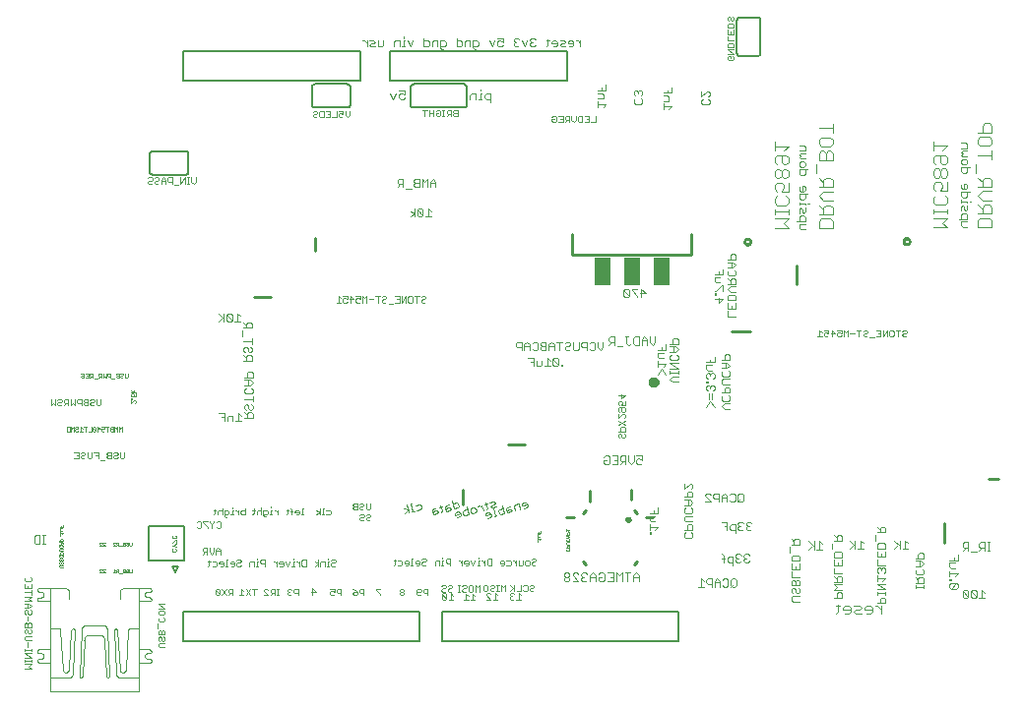
<source format=gbo>
G75*
G70*
%OFA0B0*%
%FSLAX24Y24*%
%IPPOS*%
%LPD*%
%AMOC8*
5,1,8,0,0,1.08239X$1,22.5*
%
%ADD10C,0.0020*%
%ADD11C,0.0100*%
%ADD12C,0.0030*%
%ADD13C,0.0160*%
%ADD14C,0.0050*%
%ADD15C,0.0060*%
%ADD16R,0.0560X0.0980*%
%ADD17C,0.0040*%
%ADD18C,0.0010*%
D10*
X003213Y000914D02*
X003433Y000914D01*
X003359Y000987D01*
X003433Y001060D01*
X003213Y001060D01*
X003213Y001135D02*
X003213Y001208D01*
X003213Y001171D02*
X003433Y001171D01*
X003433Y001135D02*
X003433Y001208D01*
X003433Y001282D02*
X003213Y001429D01*
X003433Y001429D01*
X003433Y001503D02*
X003433Y001576D01*
X003433Y001540D02*
X003213Y001540D01*
X003213Y001576D02*
X003213Y001503D01*
X003323Y001650D02*
X003323Y001797D01*
X003249Y001871D02*
X003213Y001908D01*
X003213Y001981D01*
X003249Y002018D01*
X003433Y002018D01*
X003396Y002092D02*
X003359Y002092D01*
X003323Y002129D01*
X003323Y002202D01*
X003286Y002239D01*
X003249Y002239D01*
X003213Y002202D01*
X003213Y002129D01*
X003249Y002092D01*
X003396Y002092D02*
X003433Y002129D01*
X003433Y002202D01*
X003396Y002239D01*
X003433Y002313D02*
X003433Y002423D01*
X003396Y002460D01*
X003359Y002460D01*
X003323Y002423D01*
X003323Y002313D01*
X003213Y002313D02*
X003433Y002313D01*
X003323Y002423D02*
X003286Y002460D01*
X003249Y002460D01*
X003213Y002423D01*
X003213Y002313D01*
X003323Y002534D02*
X003323Y002681D01*
X003359Y002755D02*
X003323Y002792D01*
X003323Y002865D01*
X003286Y002902D01*
X003249Y002902D01*
X003213Y002865D01*
X003213Y002792D01*
X003249Y002755D01*
X003359Y002755D02*
X003396Y002755D01*
X003433Y002792D01*
X003433Y002865D01*
X003396Y002902D01*
X003359Y002976D02*
X003433Y003050D01*
X003359Y003123D01*
X003213Y003123D01*
X003213Y003197D02*
X003433Y003197D01*
X003359Y003271D01*
X003433Y003344D01*
X003213Y003344D01*
X003213Y003492D02*
X003433Y003492D01*
X003433Y003565D02*
X003433Y003418D01*
X003433Y003639D02*
X003213Y003639D01*
X003213Y003786D01*
X003249Y003860D02*
X003213Y003897D01*
X003213Y003970D01*
X003249Y004007D01*
X003249Y003860D02*
X003396Y003860D01*
X003433Y003897D01*
X003433Y003970D01*
X003396Y004007D01*
X003433Y003786D02*
X003433Y003639D01*
X003323Y003639D02*
X003323Y003713D01*
X003323Y003123D02*
X003323Y002976D01*
X003359Y002976D02*
X003213Y002976D01*
X003249Y001871D02*
X003433Y001871D01*
X003433Y001282D02*
X003213Y001282D01*
X007733Y001660D02*
X007733Y001734D01*
X007769Y001770D01*
X007953Y001770D01*
X007916Y001845D02*
X007879Y001845D01*
X007843Y001881D01*
X007843Y001955D01*
X007806Y001991D01*
X007769Y001991D01*
X007733Y001955D01*
X007733Y001881D01*
X007769Y001845D01*
X007916Y001845D02*
X007953Y001881D01*
X007953Y001955D01*
X007916Y001991D01*
X007953Y002066D02*
X007953Y002176D01*
X007916Y002212D01*
X007879Y002212D01*
X007843Y002176D01*
X007843Y002066D01*
X007733Y002066D02*
X007953Y002066D01*
X007843Y002176D02*
X007806Y002212D01*
X007769Y002212D01*
X007733Y002176D01*
X007733Y002066D01*
X007696Y002287D02*
X007696Y002433D01*
X007769Y002508D02*
X007733Y002544D01*
X007733Y002618D01*
X007769Y002654D01*
X007769Y002729D02*
X007733Y002765D01*
X007733Y002839D01*
X007769Y002875D01*
X007916Y002875D01*
X007953Y002839D01*
X007953Y002765D01*
X007916Y002729D01*
X007769Y002729D01*
X007916Y002654D02*
X007953Y002618D01*
X007953Y002544D01*
X007916Y002508D01*
X007769Y002508D01*
X007733Y002950D02*
X007953Y002950D01*
X007733Y003096D01*
X007953Y003096D01*
X009664Y003430D02*
X009701Y003394D01*
X009774Y003394D01*
X009811Y003430D01*
X009664Y003577D01*
X009664Y003430D01*
X009811Y003430D02*
X009811Y003577D01*
X009774Y003614D01*
X009701Y003614D01*
X009664Y003577D01*
X009885Y003614D02*
X010032Y003394D01*
X010106Y003394D02*
X010179Y003467D01*
X010143Y003467D02*
X010253Y003467D01*
X010253Y003394D02*
X010253Y003614D01*
X010143Y003614D01*
X010106Y003577D01*
X010106Y003504D01*
X010143Y003467D01*
X010032Y003614D02*
X009885Y003394D01*
X010474Y003394D02*
X010621Y003394D01*
X010547Y003394D02*
X010547Y003614D01*
X010621Y003540D01*
X010695Y003614D02*
X010842Y003394D01*
X010695Y003394D02*
X010842Y003614D01*
X010916Y003614D02*
X011063Y003614D01*
X010989Y003614D02*
X010989Y003394D01*
X011308Y003394D02*
X011454Y003394D01*
X011308Y003540D01*
X011308Y003577D01*
X011344Y003614D01*
X011418Y003614D01*
X011454Y003577D01*
X011529Y003577D02*
X011529Y003504D01*
X011565Y003467D01*
X011675Y003467D01*
X011602Y003467D02*
X011529Y003394D01*
X011675Y003394D02*
X011675Y003614D01*
X011565Y003614D01*
X011529Y003577D01*
X011749Y003614D02*
X011823Y003614D01*
X011786Y003614D02*
X011786Y003394D01*
X011823Y003394D02*
X011749Y003394D01*
X012095Y003430D02*
X012132Y003394D01*
X012205Y003394D01*
X012242Y003430D01*
X012168Y003504D02*
X012132Y003504D01*
X012095Y003467D01*
X012095Y003430D01*
X012132Y003504D02*
X012095Y003540D01*
X012095Y003577D01*
X012132Y003614D01*
X012205Y003614D01*
X012242Y003577D01*
X012316Y003577D02*
X012316Y003504D01*
X012353Y003467D01*
X012463Y003467D01*
X012463Y003394D02*
X012463Y003614D01*
X012353Y003614D01*
X012316Y003577D01*
X012916Y003514D02*
X013063Y003514D01*
X012953Y003624D01*
X012953Y003404D01*
X013555Y003430D02*
X013592Y003394D01*
X013665Y003394D01*
X013702Y003430D01*
X013702Y003504D02*
X013628Y003540D01*
X013592Y003540D01*
X013555Y003504D01*
X013555Y003430D01*
X013702Y003504D02*
X013702Y003614D01*
X013555Y003614D01*
X013776Y003577D02*
X013776Y003504D01*
X013813Y003467D01*
X013923Y003467D01*
X013923Y003394D02*
X013923Y003614D01*
X013813Y003614D01*
X013776Y003577D01*
X014325Y003614D02*
X014398Y003577D01*
X014472Y003504D01*
X014362Y003504D01*
X014325Y003467D01*
X014325Y003430D01*
X014362Y003394D01*
X014435Y003394D01*
X014472Y003430D01*
X014472Y003504D01*
X014546Y003504D02*
X014583Y003467D01*
X014693Y003467D01*
X014693Y003394D02*
X014693Y003614D01*
X014583Y003614D01*
X014546Y003577D01*
X014546Y003504D01*
X015106Y003577D02*
X015253Y003430D01*
X015253Y003394D01*
X015253Y003614D02*
X015106Y003614D01*
X015106Y003577D01*
X015906Y003577D02*
X015906Y003540D01*
X015943Y003504D01*
X016016Y003504D01*
X016053Y003540D01*
X016053Y003577D01*
X016016Y003614D01*
X015943Y003614D01*
X015906Y003577D01*
X015943Y003504D02*
X015906Y003467D01*
X015906Y003430D01*
X015943Y003394D01*
X016016Y003394D01*
X016053Y003430D01*
X016053Y003467D01*
X016016Y003504D01*
X016485Y003504D02*
X016595Y003504D01*
X016632Y003540D01*
X016632Y003577D01*
X016595Y003614D01*
X016522Y003614D01*
X016485Y003577D01*
X016485Y003430D01*
X016522Y003394D01*
X016595Y003394D01*
X016632Y003430D01*
X016706Y003504D02*
X016743Y003467D01*
X016853Y003467D01*
X016853Y003394D02*
X016853Y003614D01*
X016743Y003614D01*
X016706Y003577D01*
X016706Y003504D01*
X017325Y003550D02*
X017362Y003514D01*
X017435Y003514D01*
X017472Y003550D01*
X017546Y003550D02*
X017546Y003587D01*
X017583Y003624D01*
X017656Y003624D01*
X017693Y003660D01*
X017693Y003697D01*
X017656Y003734D01*
X017583Y003734D01*
X017546Y003697D01*
X017472Y003697D02*
X017472Y003660D01*
X017435Y003624D01*
X017362Y003624D01*
X017325Y003587D01*
X017325Y003550D01*
X017382Y003464D02*
X017345Y003427D01*
X017492Y003280D01*
X017455Y003244D01*
X017382Y003244D01*
X017345Y003280D01*
X017345Y003427D01*
X017382Y003464D02*
X017455Y003464D01*
X017492Y003427D01*
X017492Y003280D01*
X017566Y003244D02*
X017713Y003244D01*
X017639Y003244D02*
X017639Y003464D01*
X017713Y003390D01*
X017656Y003514D02*
X017693Y003550D01*
X017656Y003514D02*
X017583Y003514D01*
X017546Y003550D01*
X017472Y003697D02*
X017435Y003734D01*
X017362Y003734D01*
X017325Y003697D01*
X017876Y003734D02*
X017950Y003734D01*
X017913Y003734D02*
X017913Y003514D01*
X017950Y003514D02*
X017876Y003514D01*
X018024Y003550D02*
X018024Y003587D01*
X018061Y003624D01*
X018134Y003624D01*
X018171Y003660D01*
X018171Y003697D01*
X018134Y003734D01*
X018061Y003734D01*
X018024Y003697D01*
X018024Y003550D02*
X018061Y003514D01*
X018134Y003514D01*
X018171Y003550D01*
X018245Y003550D02*
X018245Y003697D01*
X018282Y003734D01*
X018355Y003734D01*
X018392Y003697D01*
X018392Y003550D01*
X018355Y003514D01*
X018282Y003514D01*
X018245Y003550D01*
X018158Y003454D02*
X018158Y003234D01*
X018085Y003234D02*
X018232Y003234D01*
X018306Y003234D02*
X018453Y003234D01*
X018379Y003234D02*
X018379Y003454D01*
X018453Y003380D01*
X018466Y003514D02*
X018466Y003734D01*
X018539Y003660D01*
X018613Y003734D01*
X018613Y003514D01*
X018747Y003570D02*
X018747Y003717D01*
X018783Y003754D01*
X018857Y003754D01*
X018893Y003717D01*
X018893Y003570D01*
X018857Y003534D01*
X018783Y003534D01*
X018747Y003570D01*
X018845Y003437D02*
X018882Y003474D01*
X018955Y003474D01*
X018992Y003437D01*
X019004Y003534D02*
X019078Y003534D01*
X019114Y003570D01*
X019078Y003644D02*
X019114Y003680D01*
X019114Y003717D01*
X019078Y003754D01*
X019004Y003754D01*
X018968Y003717D01*
X019004Y003644D02*
X018968Y003607D01*
X018968Y003570D01*
X019004Y003534D01*
X019004Y003644D02*
X019078Y003644D01*
X019188Y003754D02*
X019262Y003754D01*
X019225Y003754D02*
X019225Y003534D01*
X019262Y003534D02*
X019188Y003534D01*
X019139Y003474D02*
X019139Y003254D01*
X019066Y003254D02*
X019213Y003254D01*
X019213Y003400D02*
X019139Y003474D01*
X019336Y003534D02*
X019336Y003754D01*
X019409Y003680D01*
X019483Y003754D01*
X019483Y003534D01*
X019643Y003524D02*
X019753Y003634D01*
X019790Y003597D02*
X019643Y003744D01*
X019790Y003744D02*
X019790Y003524D01*
X019745Y003474D02*
X019672Y003474D01*
X019635Y003437D01*
X019635Y003400D01*
X019672Y003364D01*
X019635Y003327D01*
X019635Y003290D01*
X019672Y003254D01*
X019745Y003254D01*
X019782Y003290D01*
X019856Y003254D02*
X020003Y003254D01*
X019929Y003254D02*
X019929Y003474D01*
X020003Y003400D01*
X020011Y003524D02*
X019864Y003524D01*
X019782Y003437D02*
X019745Y003474D01*
X019708Y003364D02*
X019672Y003364D01*
X020011Y003524D02*
X020011Y003744D01*
X020085Y003707D02*
X020122Y003744D01*
X020195Y003744D01*
X020232Y003707D01*
X020232Y003560D01*
X020195Y003524D01*
X020122Y003524D01*
X020085Y003560D01*
X020306Y003560D02*
X020343Y003524D01*
X020416Y003524D01*
X020453Y003560D01*
X020416Y003634D02*
X020343Y003634D01*
X020306Y003597D01*
X020306Y003560D01*
X020416Y003634D02*
X020453Y003670D01*
X020453Y003707D01*
X020416Y003744D01*
X020343Y003744D01*
X020306Y003707D01*
X020264Y004414D02*
X020300Y004450D01*
X020300Y004524D01*
X020264Y004560D01*
X020190Y004560D01*
X020153Y004524D01*
X020153Y004450D01*
X020190Y004414D01*
X020264Y004414D01*
X020374Y004450D02*
X020411Y004414D01*
X020484Y004414D01*
X020521Y004450D01*
X020484Y004524D02*
X020411Y004524D01*
X020374Y004487D01*
X020374Y004450D01*
X020484Y004524D02*
X020521Y004560D01*
X020521Y004597D01*
X020484Y004634D01*
X020411Y004634D01*
X020374Y004597D01*
X020079Y004560D02*
X020079Y004450D01*
X020043Y004414D01*
X019932Y004414D01*
X019932Y004560D01*
X019858Y004560D02*
X019858Y004414D01*
X019858Y004487D02*
X019785Y004560D01*
X019748Y004560D01*
X019674Y004524D02*
X019674Y004450D01*
X019637Y004414D01*
X019527Y004414D01*
X019453Y004450D02*
X019453Y004524D01*
X019416Y004560D01*
X019343Y004560D01*
X019306Y004524D01*
X019306Y004487D01*
X019453Y004487D01*
X019453Y004450D02*
X019416Y004414D01*
X019343Y004414D01*
X019527Y004560D02*
X019637Y004560D01*
X019674Y004524D01*
X019011Y004634D02*
X019011Y004414D01*
X018901Y004414D01*
X018864Y004450D01*
X018864Y004597D01*
X018901Y004634D01*
X019011Y004634D01*
X018790Y004560D02*
X018790Y004414D01*
X018790Y004487D02*
X018717Y004560D01*
X018680Y004560D01*
X018606Y004560D02*
X018569Y004560D01*
X018569Y004414D01*
X018533Y004414D02*
X018606Y004414D01*
X018459Y004560D02*
X018385Y004414D01*
X018312Y004560D01*
X018238Y004524D02*
X018201Y004560D01*
X018128Y004560D01*
X018091Y004524D01*
X018091Y004487D01*
X018238Y004487D01*
X018238Y004450D02*
X018238Y004524D01*
X018238Y004450D02*
X018201Y004414D01*
X018128Y004414D01*
X018017Y004414D02*
X018017Y004560D01*
X018017Y004487D02*
X017943Y004560D01*
X017907Y004560D01*
X017612Y004487D02*
X017502Y004487D01*
X017465Y004524D01*
X017465Y004597D01*
X017502Y004634D01*
X017612Y004634D01*
X017612Y004414D01*
X017391Y004414D02*
X017317Y004414D01*
X017354Y004414D02*
X017354Y004560D01*
X017391Y004560D01*
X017354Y004634D02*
X017354Y004671D01*
X017243Y004560D02*
X017133Y004560D01*
X017097Y004524D01*
X017097Y004414D01*
X017243Y004414D02*
X017243Y004560D01*
X016801Y004560D02*
X016765Y004524D01*
X016691Y004524D01*
X016655Y004487D01*
X016655Y004450D01*
X016691Y004414D01*
X016765Y004414D01*
X016801Y004450D01*
X016801Y004560D02*
X016801Y004597D01*
X016765Y004634D01*
X016691Y004634D01*
X016655Y004597D01*
X016580Y004524D02*
X016544Y004560D01*
X016470Y004560D01*
X016434Y004524D01*
X016434Y004487D01*
X016580Y004487D01*
X016580Y004450D02*
X016580Y004524D01*
X016580Y004450D02*
X016544Y004414D01*
X016470Y004414D01*
X016359Y004414D02*
X016286Y004414D01*
X016323Y004414D02*
X016323Y004634D01*
X016359Y004634D01*
X016212Y004524D02*
X016212Y004450D01*
X016175Y004414D01*
X016102Y004414D01*
X016065Y004487D02*
X016212Y004487D01*
X016212Y004524D02*
X016175Y004560D01*
X016102Y004560D01*
X016065Y004524D01*
X016065Y004487D01*
X015991Y004450D02*
X015954Y004414D01*
X015844Y004414D01*
X015733Y004450D02*
X015697Y004414D01*
X015733Y004450D02*
X015733Y004597D01*
X015697Y004560D02*
X015770Y004560D01*
X015844Y004560D02*
X015954Y004560D01*
X015991Y004524D01*
X015991Y004450D01*
X018158Y003454D02*
X018232Y003380D01*
X018845Y003400D02*
X018992Y003254D01*
X018845Y003254D01*
X018845Y003400D02*
X018845Y003437D01*
X018569Y004634D02*
X018569Y004671D01*
X018880Y006016D02*
X018970Y006040D01*
X019003Y006098D01*
X018979Y006188D01*
X018922Y006221D01*
X018831Y006197D01*
X018798Y006139D01*
X018810Y006094D01*
X018991Y006143D01*
X019103Y006076D02*
X019193Y006100D01*
X019148Y006088D02*
X019075Y006359D01*
X019120Y006371D01*
X019186Y006394D02*
X019050Y006358D01*
X018993Y006391D01*
X019026Y006448D01*
X019116Y006472D01*
X019149Y006529D01*
X019092Y006563D01*
X018957Y006526D01*
X018870Y006503D02*
X018780Y006479D01*
X018813Y006536D02*
X018862Y006356D01*
X018829Y006299D01*
X018741Y006275D02*
X018693Y006455D01*
X018717Y006365D02*
X018602Y006431D01*
X018557Y006419D01*
X018482Y006351D02*
X018507Y006260D01*
X018474Y006203D01*
X018383Y006179D01*
X018326Y006212D01*
X018302Y006302D01*
X018335Y006360D01*
X018425Y006384D01*
X018482Y006351D01*
X018204Y006324D02*
X018068Y006288D01*
X018035Y006231D01*
X018059Y006141D01*
X018117Y006108D01*
X018252Y006144D01*
X018179Y006415D01*
X017914Y006418D02*
X017890Y006508D01*
X017833Y006541D01*
X017698Y006505D01*
X017673Y006595D02*
X017746Y006325D01*
X017881Y006361D01*
X017914Y006418D01*
X017892Y006241D02*
X017801Y006217D01*
X017768Y006159D01*
X017781Y006114D01*
X017961Y006163D01*
X017949Y006208D02*
X017973Y006117D01*
X017940Y006060D01*
X017850Y006036D01*
X017949Y006208D02*
X017892Y006241D01*
X017648Y006347D02*
X017590Y006380D01*
X017455Y006343D01*
X017443Y006389D02*
X017479Y006253D01*
X017614Y006290D01*
X017648Y006347D01*
X017566Y006470D02*
X017476Y006446D01*
X017443Y006389D01*
X017344Y006411D02*
X017254Y006386D01*
X017287Y006444D02*
X017336Y006263D01*
X017303Y006206D01*
X017203Y006228D02*
X017146Y006261D01*
X017010Y006224D01*
X016998Y006269D02*
X017035Y006134D01*
X017170Y006170D01*
X017203Y006228D01*
X017122Y006351D02*
X017031Y006327D01*
X016998Y006269D01*
X016653Y006365D02*
X016629Y006455D01*
X016572Y006488D01*
X016436Y006452D01*
X016326Y006519D02*
X016281Y006507D01*
X016353Y006236D01*
X016398Y006248D02*
X016308Y006224D01*
X016220Y006201D02*
X016148Y006471D01*
X016037Y006345D02*
X016196Y006291D01*
X016085Y006164D01*
X016485Y006271D02*
X016620Y006308D01*
X016653Y006365D01*
X014913Y006330D02*
X014876Y006294D01*
X014803Y006294D01*
X014766Y006330D01*
X014766Y006514D01*
X014692Y006477D02*
X014692Y006440D01*
X014655Y006404D01*
X014582Y006404D01*
X014545Y006367D01*
X014545Y006330D01*
X014582Y006294D01*
X014655Y006294D01*
X014692Y006330D01*
X014692Y006477D02*
X014655Y006514D01*
X014582Y006514D01*
X014545Y006477D01*
X014471Y006514D02*
X014361Y006514D01*
X014324Y006477D01*
X014324Y006440D01*
X014361Y006404D01*
X014471Y006404D01*
X014471Y006294D02*
X014471Y006514D01*
X014361Y006404D02*
X014324Y006367D01*
X014324Y006330D01*
X014361Y006294D01*
X014471Y006294D01*
X014592Y006144D02*
X014665Y006144D01*
X014702Y006107D01*
X014702Y006070D01*
X014665Y006034D01*
X014592Y006034D01*
X014555Y005997D01*
X014555Y005960D01*
X014592Y005924D01*
X014665Y005924D01*
X014702Y005960D01*
X014776Y005960D02*
X014813Y005924D01*
X014886Y005924D01*
X014923Y005960D01*
X014886Y006034D02*
X014813Y006034D01*
X014776Y005997D01*
X014776Y005960D01*
X014886Y006034D02*
X014923Y006070D01*
X014923Y006107D01*
X014886Y006144D01*
X014813Y006144D01*
X014776Y006107D01*
X014592Y006144D02*
X014555Y006107D01*
X014913Y006330D02*
X014913Y006514D01*
X013573Y006244D02*
X013573Y006170D01*
X013536Y006134D01*
X013426Y006134D01*
X013352Y006134D02*
X013278Y006134D01*
X013315Y006134D02*
X013315Y006354D01*
X013352Y006354D01*
X013426Y006280D02*
X013536Y006280D01*
X013573Y006244D01*
X013204Y006207D02*
X013094Y006280D01*
X013204Y006207D02*
X013094Y006134D01*
X013204Y006134D02*
X013204Y006354D01*
X012653Y006354D02*
X012616Y006354D01*
X012616Y006134D01*
X012653Y006134D02*
X012579Y006134D01*
X012505Y006170D02*
X012505Y006244D01*
X012469Y006280D01*
X012395Y006280D01*
X012359Y006244D01*
X012359Y006207D01*
X012505Y006207D01*
X012505Y006170D02*
X012469Y006134D01*
X012395Y006134D01*
X012248Y006134D02*
X012248Y006317D01*
X012211Y006354D01*
X012137Y006280D02*
X012064Y006280D01*
X012100Y006317D02*
X012100Y006170D01*
X012064Y006134D01*
X012211Y006244D02*
X012284Y006244D01*
X011773Y006217D02*
X011699Y006290D01*
X011663Y006290D01*
X011588Y006290D02*
X011552Y006290D01*
X011552Y006144D01*
X011588Y006144D02*
X011515Y006144D01*
X011441Y006180D02*
X011404Y006144D01*
X011294Y006144D01*
X011294Y006107D02*
X011294Y006290D01*
X011404Y006290D01*
X011441Y006254D01*
X011441Y006180D01*
X011368Y006070D02*
X011331Y006070D01*
X011294Y006107D01*
X011220Y006144D02*
X011220Y006364D01*
X011183Y006290D02*
X011110Y006290D01*
X011073Y006254D01*
X011073Y006144D01*
X010962Y006180D02*
X010926Y006144D01*
X010962Y006180D02*
X010962Y006327D01*
X010926Y006290D02*
X010999Y006290D01*
X011183Y006290D02*
X011220Y006254D01*
X011552Y006364D02*
X011552Y006401D01*
X011773Y006290D02*
X011773Y006144D01*
X010673Y006124D02*
X010563Y006124D01*
X010526Y006160D01*
X010526Y006234D01*
X010563Y006270D01*
X010673Y006270D01*
X010673Y006344D02*
X010673Y006124D01*
X010452Y006124D02*
X010452Y006270D01*
X010452Y006197D02*
X010378Y006270D01*
X010342Y006270D01*
X010267Y006270D02*
X010231Y006270D01*
X010231Y006124D01*
X010267Y006124D02*
X010194Y006124D01*
X010120Y006160D02*
X010083Y006124D01*
X009973Y006124D01*
X009973Y006087D02*
X009973Y006270D01*
X010083Y006270D01*
X010120Y006234D01*
X010120Y006160D01*
X010047Y006050D02*
X010010Y006050D01*
X009973Y006087D01*
X009899Y006124D02*
X009899Y006344D01*
X009862Y006270D02*
X009789Y006270D01*
X009752Y006234D01*
X009752Y006124D01*
X009641Y006160D02*
X009605Y006124D01*
X009641Y006160D02*
X009641Y006307D01*
X009605Y006270D02*
X009678Y006270D01*
X009862Y006270D02*
X009899Y006234D01*
X010231Y006344D02*
X010231Y006381D01*
X009806Y005904D02*
X009843Y005867D01*
X009843Y005720D01*
X009806Y005684D01*
X009733Y005684D01*
X009696Y005720D01*
X009696Y005867D02*
X009733Y005904D01*
X009806Y005904D01*
X009622Y005904D02*
X009622Y005867D01*
X009548Y005794D01*
X009548Y005684D01*
X009548Y005794D02*
X009475Y005867D01*
X009475Y005904D01*
X009401Y005904D02*
X009254Y005904D01*
X009254Y005867D01*
X009401Y005720D01*
X009401Y005684D01*
X009180Y005720D02*
X009143Y005684D01*
X009070Y005684D01*
X009033Y005720D01*
X009180Y005720D02*
X009180Y005867D01*
X009143Y005904D01*
X009070Y005904D01*
X009033Y005867D01*
X008343Y005396D02*
X008343Y005349D01*
X008319Y005326D01*
X008226Y005326D01*
X008203Y005349D01*
X008203Y005396D01*
X008226Y005419D01*
X008319Y005419D02*
X008343Y005396D01*
X008343Y005272D02*
X008319Y005272D01*
X008226Y005178D01*
X008203Y005178D01*
X008203Y005078D02*
X008273Y005078D01*
X008319Y005124D01*
X008343Y005124D01*
X008343Y005178D02*
X008343Y005272D01*
X008273Y005078D02*
X008319Y005031D01*
X008343Y005031D01*
X008319Y004977D02*
X008343Y004954D01*
X008343Y004907D01*
X008319Y004884D01*
X008226Y004884D01*
X008203Y004907D01*
X008203Y004954D01*
X008226Y004977D01*
X009244Y004967D02*
X009244Y004894D01*
X009281Y004857D01*
X009391Y004857D01*
X009391Y004784D02*
X009391Y005004D01*
X009281Y005004D01*
X009244Y004967D01*
X009317Y004857D02*
X009244Y004784D01*
X009465Y004857D02*
X009465Y005004D01*
X009612Y005004D02*
X009612Y004857D01*
X009538Y004784D01*
X009465Y004857D01*
X009686Y004894D02*
X009833Y004894D01*
X009833Y004930D02*
X009759Y005004D01*
X009686Y004930D01*
X009686Y004784D01*
X009833Y004784D02*
X009833Y004930D01*
X010050Y004604D02*
X010050Y004384D01*
X010086Y004384D02*
X010013Y004384D01*
X009939Y004420D02*
X009939Y004494D01*
X009902Y004530D01*
X009829Y004530D01*
X009792Y004494D01*
X009792Y004457D01*
X009939Y004457D01*
X009939Y004420D02*
X009902Y004384D01*
X009829Y004384D01*
X009718Y004420D02*
X009681Y004384D01*
X009571Y004384D01*
X009460Y004420D02*
X009460Y004567D01*
X009424Y004530D02*
X009497Y004530D01*
X009571Y004530D02*
X009681Y004530D01*
X009718Y004494D01*
X009718Y004420D01*
X009460Y004420D02*
X009424Y004384D01*
X010050Y004604D02*
X010086Y004604D01*
X010197Y004530D02*
X010161Y004494D01*
X010161Y004457D01*
X010307Y004457D01*
X010307Y004420D02*
X010307Y004494D01*
X010271Y004530D01*
X010197Y004530D01*
X010197Y004384D02*
X010271Y004384D01*
X010307Y004420D01*
X010382Y004420D02*
X010418Y004384D01*
X010492Y004384D01*
X010528Y004420D01*
X010492Y004494D02*
X010418Y004494D01*
X010382Y004457D01*
X010382Y004420D01*
X010492Y004494D02*
X010528Y004530D01*
X010528Y004567D01*
X010492Y004604D01*
X010418Y004604D01*
X010382Y004567D01*
X010824Y004494D02*
X010824Y004384D01*
X010824Y004494D02*
X010860Y004530D01*
X010970Y004530D01*
X010970Y004384D01*
X011044Y004384D02*
X011118Y004384D01*
X011081Y004384D02*
X011081Y004530D01*
X011118Y004530D01*
X011192Y004494D02*
X011229Y004457D01*
X011339Y004457D01*
X011339Y004384D02*
X011339Y004604D01*
X011229Y004604D01*
X011192Y004567D01*
X011192Y004494D01*
X011081Y004604D02*
X011081Y004641D01*
X011634Y004530D02*
X011670Y004530D01*
X011744Y004457D01*
X011744Y004384D02*
X011744Y004530D01*
X011818Y004494D02*
X011855Y004530D01*
X011928Y004530D01*
X011965Y004494D01*
X011965Y004420D01*
X011928Y004384D01*
X011855Y004384D01*
X011818Y004457D02*
X011965Y004457D01*
X012039Y004530D02*
X012112Y004384D01*
X012186Y004530D01*
X012296Y004530D02*
X012296Y004384D01*
X012260Y004384D02*
X012333Y004384D01*
X012333Y004530D02*
X012296Y004530D01*
X012296Y004604D02*
X012296Y004641D01*
X012407Y004530D02*
X012444Y004530D01*
X012517Y004457D01*
X012517Y004384D02*
X012517Y004530D01*
X012591Y004567D02*
X012628Y004604D01*
X012738Y004604D01*
X012738Y004384D01*
X012628Y004384D01*
X012591Y004420D01*
X012591Y004567D01*
X013033Y004530D02*
X013143Y004457D01*
X013033Y004384D01*
X013143Y004384D02*
X013143Y004604D01*
X013254Y004530D02*
X013218Y004494D01*
X013218Y004384D01*
X013364Y004384D02*
X013364Y004530D01*
X013254Y004530D01*
X013475Y004530D02*
X013475Y004384D01*
X013512Y004384D02*
X013438Y004384D01*
X013475Y004530D02*
X013512Y004530D01*
X013475Y004604D02*
X013475Y004641D01*
X013586Y004567D02*
X013623Y004604D01*
X013696Y004604D01*
X013733Y004567D01*
X013733Y004530D01*
X013696Y004494D01*
X013623Y004494D01*
X013586Y004457D01*
X013586Y004420D01*
X013623Y004384D01*
X013696Y004384D01*
X013733Y004420D01*
X011818Y004457D02*
X011818Y004494D01*
X007953Y001624D02*
X007769Y001624D01*
X007733Y001660D01*
X003903Y005144D02*
X003809Y005144D01*
X003856Y005144D02*
X003856Y005424D01*
X003903Y005424D02*
X003809Y005424D01*
X003718Y005424D02*
X003578Y005424D01*
X003532Y005377D01*
X003532Y005190D01*
X003578Y005144D01*
X003718Y005144D01*
X003718Y005424D01*
X004889Y008024D02*
X005036Y008024D01*
X005036Y008244D01*
X004889Y008244D01*
X004962Y008134D02*
X005036Y008134D01*
X005110Y008097D02*
X005110Y008060D01*
X005147Y008024D01*
X005220Y008024D01*
X005257Y008060D01*
X005331Y008060D02*
X005331Y008244D01*
X005257Y008207D02*
X005257Y008170D01*
X005220Y008134D01*
X005147Y008134D01*
X005110Y008097D01*
X005110Y008207D02*
X005147Y008244D01*
X005220Y008244D01*
X005257Y008207D01*
X005331Y008060D02*
X005368Y008024D01*
X005441Y008024D01*
X005478Y008060D01*
X005478Y008244D01*
X005552Y008244D02*
X005699Y008244D01*
X005699Y008024D01*
X005773Y007987D02*
X005920Y007987D01*
X005994Y008060D02*
X005994Y008097D01*
X006031Y008134D01*
X006141Y008134D01*
X006215Y008097D02*
X006215Y008060D01*
X006252Y008024D01*
X006325Y008024D01*
X006362Y008060D01*
X006436Y008060D02*
X006436Y008244D01*
X006362Y008207D02*
X006362Y008170D01*
X006325Y008134D01*
X006252Y008134D01*
X006215Y008097D01*
X006141Y008024D02*
X006141Y008244D01*
X006031Y008244D01*
X005994Y008207D01*
X005994Y008170D01*
X006031Y008134D01*
X005994Y008060D02*
X006031Y008024D01*
X006141Y008024D01*
X006215Y008207D02*
X006252Y008244D01*
X006325Y008244D01*
X006362Y008207D01*
X006436Y008060D02*
X006473Y008024D01*
X006546Y008024D01*
X006583Y008060D01*
X006583Y008244D01*
X005699Y008134D02*
X005625Y008134D01*
X005683Y009824D02*
X005646Y009860D01*
X005646Y010044D01*
X005572Y010007D02*
X005572Y009970D01*
X005535Y009934D01*
X005462Y009934D01*
X005425Y009897D01*
X005425Y009860D01*
X005462Y009824D01*
X005535Y009824D01*
X005572Y009860D01*
X005683Y009824D02*
X005756Y009824D01*
X005793Y009860D01*
X005793Y010044D01*
X005572Y010007D02*
X005535Y010044D01*
X005462Y010044D01*
X005425Y010007D01*
X005351Y010044D02*
X005241Y010044D01*
X005204Y010007D01*
X005204Y009970D01*
X005241Y009934D01*
X005351Y009934D01*
X005351Y009824D02*
X005351Y010044D01*
X005241Y009934D02*
X005204Y009897D01*
X005204Y009860D01*
X005241Y009824D01*
X005351Y009824D01*
X005130Y009824D02*
X005130Y010044D01*
X005020Y010044D01*
X004983Y010007D01*
X004983Y009934D01*
X005020Y009897D01*
X005130Y009897D01*
X004909Y009824D02*
X004835Y009897D01*
X004762Y009824D01*
X004762Y010044D01*
X004688Y010044D02*
X004578Y010044D01*
X004541Y010007D01*
X004541Y009934D01*
X004578Y009897D01*
X004688Y009897D01*
X004688Y009824D02*
X004688Y010044D01*
X004614Y009897D02*
X004541Y009824D01*
X004467Y009860D02*
X004430Y009824D01*
X004357Y009824D01*
X004320Y009860D01*
X004320Y009897D01*
X004357Y009934D01*
X004430Y009934D01*
X004467Y009970D01*
X004467Y010007D01*
X004430Y010044D01*
X004357Y010044D01*
X004320Y010007D01*
X004246Y010044D02*
X004246Y009824D01*
X004172Y009897D01*
X004099Y009824D01*
X004099Y010044D01*
X004909Y010044D02*
X004909Y009824D01*
X009793Y009574D02*
X009980Y009574D01*
X009980Y009294D01*
X010070Y009294D02*
X010070Y009434D01*
X010116Y009481D01*
X010256Y009481D01*
X010256Y009294D01*
X010346Y009294D02*
X010533Y009294D01*
X010439Y009294D02*
X010439Y009574D01*
X010533Y009481D01*
X010653Y009406D02*
X010933Y009406D01*
X010933Y009546D01*
X010886Y009593D01*
X010793Y009593D01*
X010746Y009546D01*
X010746Y009406D01*
X010746Y009500D02*
X010653Y009593D01*
X010699Y009683D02*
X010653Y009729D01*
X010653Y009823D01*
X010699Y009869D01*
X010746Y009869D01*
X010793Y009823D01*
X010793Y009729D01*
X010839Y009683D01*
X010886Y009683D01*
X010933Y009729D01*
X010933Y009823D01*
X010886Y009869D01*
X010933Y009959D02*
X010933Y010146D01*
X010933Y010052D02*
X010653Y010052D01*
X010699Y010235D02*
X010653Y010282D01*
X010653Y010375D01*
X010699Y010422D01*
X010653Y010511D02*
X010839Y010511D01*
X010933Y010605D01*
X010839Y010698D01*
X010653Y010698D01*
X010653Y010787D02*
X010933Y010787D01*
X010933Y010928D01*
X010886Y010974D01*
X010793Y010974D01*
X010746Y010928D01*
X010746Y010787D01*
X010793Y010698D02*
X010793Y010511D01*
X010886Y010422D02*
X010933Y010375D01*
X010933Y010282D01*
X010886Y010235D01*
X010699Y010235D01*
X009980Y009434D02*
X009887Y009434D01*
X010623Y011353D02*
X010903Y011353D01*
X010903Y011493D01*
X010856Y011539D01*
X010763Y011539D01*
X010716Y011493D01*
X010716Y011353D01*
X010716Y011446D02*
X010623Y011539D01*
X010669Y011629D02*
X010623Y011675D01*
X010623Y011769D01*
X010669Y011816D01*
X010716Y011816D01*
X010763Y011769D01*
X010763Y011675D01*
X010809Y011629D01*
X010856Y011629D01*
X010903Y011675D01*
X010903Y011769D01*
X010856Y011816D01*
X010903Y011905D02*
X010903Y012092D01*
X010903Y011998D02*
X010623Y011998D01*
X010576Y012181D02*
X010576Y012368D01*
X010623Y012457D02*
X010903Y012457D01*
X010903Y012598D01*
X010856Y012644D01*
X010763Y012644D01*
X010716Y012598D01*
X010716Y012457D01*
X010716Y012551D02*
X010623Y012644D01*
X010513Y012674D02*
X010326Y012674D01*
X010419Y012674D02*
X010419Y012954D01*
X010513Y012861D01*
X010236Y012907D02*
X010236Y012720D01*
X010050Y012907D01*
X010050Y012720D01*
X010096Y012674D01*
X010190Y012674D01*
X010236Y012720D01*
X010236Y012907D02*
X010190Y012954D01*
X010096Y012954D01*
X010050Y012907D01*
X009960Y012954D02*
X009960Y012674D01*
X009960Y012767D02*
X009773Y012954D01*
X009913Y012814D02*
X009773Y012674D01*
X013763Y013317D02*
X013910Y013317D01*
X013836Y013317D02*
X013836Y013537D01*
X013910Y013464D01*
X013984Y013427D02*
X013984Y013354D01*
X014021Y013317D01*
X014094Y013317D01*
X014131Y013354D01*
X014131Y013427D02*
X014057Y013464D01*
X014021Y013464D01*
X013984Y013427D01*
X013984Y013537D02*
X014131Y013537D01*
X014131Y013427D01*
X014205Y013427D02*
X014352Y013427D01*
X014242Y013537D01*
X014242Y013317D01*
X014426Y013354D02*
X014463Y013317D01*
X014536Y013317D01*
X014573Y013354D01*
X014573Y013427D02*
X014499Y013464D01*
X014463Y013464D01*
X014426Y013427D01*
X014426Y013354D01*
X014573Y013427D02*
X014573Y013537D01*
X014426Y013537D01*
X014647Y013537D02*
X014647Y013317D01*
X014794Y013317D02*
X014794Y013537D01*
X014720Y013464D01*
X014647Y013537D01*
X014868Y013427D02*
X015015Y013427D01*
X015089Y013537D02*
X015236Y013537D01*
X015162Y013537D02*
X015162Y013317D01*
X015310Y013354D02*
X015347Y013317D01*
X015420Y013317D01*
X015457Y013354D01*
X015420Y013427D02*
X015347Y013427D01*
X015310Y013390D01*
X015310Y013354D01*
X015420Y013427D02*
X015457Y013464D01*
X015457Y013500D01*
X015420Y013537D01*
X015347Y013537D01*
X015310Y013500D01*
X015531Y013280D02*
X015678Y013280D01*
X015752Y013317D02*
X015899Y013317D01*
X015899Y013537D01*
X015752Y013537D01*
X015825Y013427D02*
X015899Y013427D01*
X015973Y013317D02*
X015973Y013537D01*
X016120Y013537D02*
X015973Y013317D01*
X016120Y013317D02*
X016120Y013537D01*
X016194Y013500D02*
X016231Y013537D01*
X016304Y013537D01*
X016341Y013500D01*
X016341Y013354D01*
X016304Y013317D01*
X016231Y013317D01*
X016194Y013354D01*
X016194Y013500D01*
X016415Y013537D02*
X016562Y013537D01*
X016488Y013537D02*
X016488Y013317D01*
X016636Y013354D02*
X016673Y013317D01*
X016746Y013317D01*
X016783Y013354D01*
X016746Y013427D02*
X016673Y013427D01*
X016636Y013390D01*
X016636Y013354D01*
X016746Y013427D02*
X016783Y013464D01*
X016783Y013500D01*
X016746Y013537D01*
X016673Y013537D01*
X016636Y013500D01*
X019844Y011937D02*
X019844Y011844D01*
X019890Y011797D01*
X020030Y011797D01*
X020030Y011704D02*
X020030Y011984D01*
X019890Y011984D01*
X019844Y011937D01*
X020120Y011891D02*
X020120Y011704D01*
X020120Y011844D02*
X020307Y011844D01*
X020307Y011891D02*
X020213Y011984D01*
X020120Y011891D01*
X020307Y011891D02*
X020307Y011704D01*
X020396Y011750D02*
X020443Y011704D01*
X020536Y011704D01*
X020583Y011750D01*
X020583Y011937D01*
X020536Y011984D01*
X020443Y011984D01*
X020396Y011937D01*
X020672Y011937D02*
X020672Y011891D01*
X020719Y011844D01*
X020859Y011844D01*
X020948Y011844D02*
X021135Y011844D01*
X021135Y011891D02*
X021042Y011984D01*
X020948Y011891D01*
X020948Y011704D01*
X020859Y011704D02*
X020719Y011704D01*
X020672Y011750D01*
X020672Y011797D01*
X020719Y011844D01*
X020672Y011937D02*
X020719Y011984D01*
X020859Y011984D01*
X020859Y011704D01*
X020905Y011444D02*
X020905Y011164D01*
X020998Y011164D02*
X020811Y011164D01*
X020722Y011210D02*
X020675Y011164D01*
X020535Y011164D01*
X020535Y011351D01*
X020446Y011304D02*
X020352Y011304D01*
X020446Y011444D02*
X020259Y011444D01*
X020446Y011444D02*
X020446Y011164D01*
X020722Y011210D02*
X020722Y011351D01*
X020905Y011444D02*
X020998Y011351D01*
X021088Y011397D02*
X021274Y011210D01*
X021228Y011164D01*
X021134Y011164D01*
X021088Y011210D01*
X021088Y011397D01*
X021134Y011444D01*
X021228Y011444D01*
X021274Y011397D01*
X021274Y011210D01*
X021366Y011210D02*
X021366Y011164D01*
X021413Y011164D01*
X021413Y011210D01*
X021366Y011210D01*
X021318Y011704D02*
X021318Y011984D01*
X021411Y011984D02*
X021225Y011984D01*
X021135Y011891D02*
X021135Y011704D01*
X021501Y011750D02*
X021548Y011704D01*
X021641Y011704D01*
X021688Y011750D01*
X021777Y011750D02*
X021777Y011984D01*
X021688Y011937D02*
X021688Y011891D01*
X021641Y011844D01*
X021548Y011844D01*
X021501Y011797D01*
X021501Y011750D01*
X021501Y011937D02*
X021548Y011984D01*
X021641Y011984D01*
X021688Y011937D01*
X021777Y011750D02*
X021824Y011704D01*
X021917Y011704D01*
X021964Y011750D01*
X021964Y011984D01*
X022053Y011937D02*
X022053Y011844D01*
X022100Y011797D01*
X022240Y011797D01*
X022240Y011704D02*
X022240Y011984D01*
X022100Y011984D01*
X022053Y011937D01*
X022330Y011937D02*
X022376Y011984D01*
X022470Y011984D01*
X022516Y011937D01*
X022516Y011750D01*
X022470Y011704D01*
X022376Y011704D01*
X022330Y011750D01*
X022606Y011797D02*
X022606Y011984D01*
X022793Y011984D02*
X022793Y011797D01*
X022699Y011704D01*
X022606Y011797D01*
X022992Y011884D02*
X023086Y011977D01*
X023039Y011977D02*
X023179Y011977D01*
X023179Y011884D02*
X023179Y012164D01*
X023039Y012164D01*
X022992Y012117D01*
X022992Y012024D01*
X023039Y011977D01*
X023268Y011837D02*
X023455Y011837D01*
X023591Y011930D02*
X023591Y012164D01*
X023545Y012164D02*
X023638Y012164D01*
X023821Y012117D02*
X023867Y012164D01*
X024008Y012164D01*
X024008Y011884D01*
X023867Y011884D01*
X023821Y011930D01*
X023821Y012117D01*
X023731Y011930D02*
X023685Y011884D01*
X023638Y011884D01*
X023591Y011930D01*
X024097Y011884D02*
X024097Y012071D01*
X024190Y012164D01*
X024284Y012071D01*
X024284Y011884D01*
X024373Y011977D02*
X024373Y012164D01*
X024284Y012024D02*
X024097Y012024D01*
X024373Y011977D02*
X024467Y011884D01*
X024560Y011977D01*
X024560Y012164D01*
X025053Y011917D02*
X025333Y011917D01*
X025333Y012058D01*
X025286Y012104D01*
X025193Y012104D01*
X025146Y012058D01*
X025146Y011917D01*
X025193Y011828D02*
X025193Y011641D01*
X025239Y011641D02*
X025333Y011735D01*
X025239Y011828D01*
X025053Y011828D01*
X024923Y011894D02*
X024923Y011707D01*
X024643Y011707D01*
X024643Y011618D02*
X024829Y011618D01*
X024783Y011707D02*
X024783Y011801D01*
X024643Y011618D02*
X024643Y011478D01*
X024689Y011431D01*
X024829Y011431D01*
X024923Y011248D02*
X024643Y011248D01*
X024643Y011155D02*
X024643Y011342D01*
X024829Y011155D02*
X024923Y011248D01*
X025053Y011276D02*
X025333Y011276D01*
X025286Y011365D02*
X025099Y011365D01*
X025053Y011412D01*
X025053Y011505D01*
X025099Y011552D01*
X025053Y011641D02*
X025239Y011641D01*
X025286Y011552D02*
X025333Y011505D01*
X025333Y011412D01*
X025286Y011365D01*
X025053Y011276D02*
X025333Y011089D01*
X025053Y011089D01*
X025053Y010998D02*
X025053Y010905D01*
X025053Y010951D02*
X025333Y010951D01*
X025333Y010905D02*
X025333Y010998D01*
X025333Y010815D02*
X025146Y010815D01*
X025053Y010722D01*
X025146Y010628D01*
X025333Y010628D01*
X024923Y010879D02*
X024783Y011066D01*
X024643Y010879D01*
X023533Y010170D02*
X023423Y010060D01*
X023423Y010206D01*
X023313Y010170D02*
X023533Y010170D01*
X023533Y009985D02*
X023533Y009839D01*
X023423Y009839D01*
X023459Y009912D01*
X023459Y009949D01*
X023423Y009985D01*
X023349Y009985D01*
X023313Y009949D01*
X023313Y009875D01*
X023349Y009839D01*
X023349Y009764D02*
X023496Y009764D01*
X023533Y009728D01*
X023533Y009654D01*
X023496Y009618D01*
X023459Y009618D01*
X023423Y009654D01*
X023423Y009764D01*
X023349Y009764D02*
X023313Y009728D01*
X023313Y009654D01*
X023349Y009618D01*
X023313Y009543D02*
X023313Y009397D01*
X023459Y009543D01*
X023496Y009543D01*
X023533Y009507D01*
X023533Y009433D01*
X023496Y009397D01*
X023533Y009322D02*
X023313Y009176D01*
X023386Y009065D02*
X023423Y009101D01*
X023496Y009101D01*
X023533Y009065D01*
X023533Y008955D01*
X023313Y008955D01*
X023386Y008955D02*
X023386Y009065D01*
X023533Y009176D02*
X023313Y009322D01*
X023349Y008880D02*
X023313Y008844D01*
X023313Y008770D01*
X023349Y008734D01*
X023423Y008770D02*
X023423Y008844D01*
X023386Y008880D01*
X023349Y008880D01*
X023423Y008770D02*
X023459Y008734D01*
X023496Y008734D01*
X023533Y008770D01*
X023533Y008844D01*
X023496Y008880D01*
X023560Y008124D02*
X023420Y008124D01*
X023373Y008077D01*
X023373Y007984D01*
X023420Y007937D01*
X023560Y007937D01*
X023650Y007937D02*
X023650Y008124D01*
X023560Y008124D02*
X023560Y007844D01*
X023650Y007937D02*
X023743Y007844D01*
X023836Y007937D01*
X023836Y008124D01*
X023926Y008124D02*
X024113Y008124D01*
X024113Y007984D01*
X024019Y008031D01*
X023972Y008031D01*
X023926Y007984D01*
X023926Y007890D01*
X023972Y007844D01*
X024066Y007844D01*
X024113Y007890D01*
X023467Y007937D02*
X023373Y007844D01*
X023284Y007844D02*
X023097Y007844D01*
X023008Y007890D02*
X022961Y007844D01*
X022868Y007844D01*
X022821Y007890D01*
X022821Y007984D01*
X022914Y007984D01*
X022821Y008077D02*
X022868Y008124D01*
X022961Y008124D01*
X023008Y008077D01*
X023008Y007890D01*
X023191Y007984D02*
X023284Y007984D01*
X023284Y008124D02*
X023284Y007844D01*
X023284Y008124D02*
X023097Y008124D01*
X025543Y007188D02*
X025543Y007001D01*
X025729Y007188D01*
X025776Y007188D01*
X025823Y007141D01*
X025823Y007048D01*
X025776Y007001D01*
X025776Y006912D02*
X025683Y006912D01*
X025636Y006865D01*
X025636Y006725D01*
X025543Y006725D02*
X025823Y006725D01*
X025823Y006865D01*
X025776Y006912D01*
X026251Y006807D02*
X026298Y006854D01*
X026391Y006854D01*
X026438Y006807D01*
X026527Y006807D02*
X026527Y006714D01*
X026574Y006667D01*
X026714Y006667D01*
X026714Y006574D02*
X026714Y006854D01*
X026574Y006854D01*
X026527Y006807D01*
X026438Y006574D02*
X026251Y006574D01*
X026251Y006761D02*
X026251Y006807D01*
X026251Y006761D02*
X026438Y006574D01*
X026803Y006574D02*
X026803Y006761D01*
X026897Y006854D01*
X026990Y006761D01*
X026990Y006574D01*
X027080Y006620D02*
X027126Y006574D01*
X027220Y006574D01*
X027266Y006620D01*
X027266Y006807D01*
X027220Y006854D01*
X027126Y006854D01*
X027080Y006807D01*
X026990Y006714D02*
X026803Y006714D01*
X027356Y006807D02*
X027356Y006620D01*
X027402Y006574D01*
X027496Y006574D01*
X027543Y006620D01*
X027543Y006807D01*
X027496Y006854D01*
X027402Y006854D01*
X027356Y006807D01*
X027449Y006667D02*
X027356Y006574D01*
X027406Y005884D02*
X027360Y005837D01*
X027360Y005791D01*
X027406Y005744D01*
X027360Y005697D01*
X027360Y005650D01*
X027406Y005604D01*
X027500Y005604D01*
X027546Y005650D01*
X027636Y005650D02*
X027682Y005604D01*
X027776Y005604D01*
X027823Y005650D01*
X027729Y005744D02*
X027682Y005744D01*
X027636Y005697D01*
X027636Y005650D01*
X027682Y005744D02*
X027636Y005791D01*
X027636Y005837D01*
X027682Y005884D01*
X027776Y005884D01*
X027823Y005837D01*
X027546Y005837D02*
X027500Y005884D01*
X027406Y005884D01*
X027406Y005744D02*
X027453Y005744D01*
X027270Y005791D02*
X027130Y005791D01*
X027083Y005744D01*
X027083Y005650D01*
X027130Y005604D01*
X027270Y005604D01*
X027270Y005510D02*
X027270Y005791D01*
X026994Y005744D02*
X026901Y005744D01*
X026994Y005884D02*
X026807Y005884D01*
X026994Y005884D02*
X026994Y005604D01*
X026821Y004794D02*
X026867Y004747D01*
X026867Y004514D01*
X027003Y004560D02*
X027050Y004514D01*
X027190Y004514D01*
X027190Y004420D02*
X027190Y004701D01*
X027050Y004701D01*
X027003Y004654D01*
X027003Y004560D01*
X026914Y004654D02*
X026821Y004654D01*
X027280Y004701D02*
X027326Y004654D01*
X027280Y004607D01*
X027280Y004560D01*
X027326Y004514D01*
X027420Y004514D01*
X027466Y004560D01*
X027556Y004560D02*
X027602Y004514D01*
X027696Y004514D01*
X027743Y004560D01*
X027649Y004654D02*
X027602Y004654D01*
X027556Y004607D01*
X027556Y004560D01*
X027602Y004654D02*
X027556Y004701D01*
X027556Y004747D01*
X027602Y004794D01*
X027696Y004794D01*
X027743Y004747D01*
X027466Y004747D02*
X027420Y004794D01*
X027326Y004794D01*
X027280Y004747D01*
X027280Y004701D01*
X027326Y004654D02*
X027373Y004654D01*
X027256Y003964D02*
X027162Y003964D01*
X027116Y003917D01*
X027116Y003730D01*
X027162Y003684D01*
X027256Y003684D01*
X027303Y003730D01*
X027303Y003917D01*
X027256Y003964D01*
X027209Y003777D02*
X027116Y003684D01*
X027026Y003730D02*
X027026Y003917D01*
X026980Y003964D01*
X026886Y003964D01*
X026840Y003917D01*
X026750Y003871D02*
X026657Y003964D01*
X026563Y003871D01*
X026563Y003684D01*
X026474Y003684D02*
X026474Y003964D01*
X026334Y003964D01*
X026287Y003917D01*
X026287Y003824D01*
X026334Y003777D01*
X026474Y003777D01*
X026563Y003824D02*
X026750Y003824D01*
X026750Y003871D02*
X026750Y003684D01*
X026840Y003730D02*
X026886Y003684D01*
X026980Y003684D01*
X027026Y003730D01*
X026198Y003684D02*
X026011Y003684D01*
X026104Y003684D02*
X026104Y003964D01*
X026198Y003871D01*
X025776Y005344D02*
X025589Y005344D01*
X025543Y005390D01*
X025543Y005484D01*
X025589Y005531D01*
X025543Y005620D02*
X025823Y005620D01*
X025823Y005760D01*
X025776Y005807D01*
X025683Y005807D01*
X025636Y005760D01*
X025636Y005620D01*
X025776Y005531D02*
X025823Y005484D01*
X025823Y005390D01*
X025776Y005344D01*
X025823Y005896D02*
X025589Y005896D01*
X025543Y005943D01*
X025543Y006036D01*
X025589Y006083D01*
X025823Y006083D01*
X025776Y006172D02*
X025589Y006172D01*
X025543Y006219D01*
X025543Y006312D01*
X025589Y006359D01*
X025543Y006449D02*
X025729Y006449D01*
X025823Y006542D01*
X025729Y006635D01*
X025543Y006635D01*
X025683Y006635D02*
X025683Y006449D01*
X025776Y006359D02*
X025823Y006312D01*
X025823Y006219D01*
X025776Y006172D01*
X024653Y006174D02*
X024653Y006361D01*
X024513Y006268D02*
X024513Y006174D01*
X024559Y006085D02*
X024373Y006085D01*
X024373Y005945D01*
X024419Y005898D01*
X024559Y005898D01*
X024653Y005715D02*
X024373Y005715D01*
X024373Y005622D02*
X024373Y005809D01*
X024559Y005622D02*
X024653Y005715D01*
X024419Y005530D02*
X024373Y005530D01*
X024373Y005484D01*
X024419Y005484D01*
X024419Y005530D01*
X024373Y006174D02*
X024653Y006174D01*
X020248Y006431D02*
X020215Y006374D01*
X020125Y006350D01*
X020055Y006428D02*
X020236Y006476D01*
X020248Y006431D02*
X020224Y006521D01*
X020167Y006554D01*
X020076Y006530D01*
X020043Y006473D01*
X020055Y006428D01*
X019945Y006495D02*
X019810Y006459D01*
X019777Y006402D01*
X019813Y006266D01*
X019714Y006288D02*
X019657Y006321D01*
X019522Y006285D01*
X019510Y006330D02*
X019546Y006195D01*
X019681Y006231D01*
X019714Y006288D01*
X019633Y006411D02*
X019543Y006387D01*
X019510Y006330D01*
X019411Y006352D02*
X019276Y006316D01*
X019243Y006259D01*
X019267Y006168D01*
X019324Y006135D01*
X019460Y006172D01*
X019387Y006442D01*
X019945Y006495D02*
X019993Y006315D01*
X026283Y009774D02*
X026423Y009961D01*
X026563Y009774D01*
X026803Y009807D02*
X026896Y009714D01*
X027083Y009714D01*
X027083Y009901D02*
X026896Y009901D01*
X026803Y009807D01*
X026849Y009990D02*
X026803Y010037D01*
X026803Y010130D01*
X026849Y010177D01*
X026803Y010266D02*
X027083Y010266D01*
X027083Y010406D01*
X027036Y010453D01*
X026943Y010453D01*
X026896Y010406D01*
X026896Y010266D01*
X027036Y010177D02*
X027083Y010130D01*
X027083Y010037D01*
X027036Y009990D01*
X026849Y009990D01*
X026469Y010050D02*
X026469Y010237D01*
X026376Y010237D02*
X026376Y010050D01*
X026329Y010326D02*
X026283Y010373D01*
X026283Y010466D01*
X026329Y010513D01*
X026376Y010513D01*
X026423Y010466D01*
X026423Y010420D01*
X026423Y010466D02*
X026469Y010513D01*
X026516Y010513D01*
X026563Y010466D01*
X026563Y010373D01*
X026516Y010326D01*
X026329Y010602D02*
X026329Y010649D01*
X026283Y010649D01*
X026283Y010602D01*
X026329Y010602D01*
X026329Y010740D02*
X026283Y010787D01*
X026283Y010881D01*
X026329Y010927D01*
X026376Y010927D01*
X026423Y010881D01*
X026423Y010834D01*
X026423Y010881D02*
X026469Y010927D01*
X026516Y010927D01*
X026563Y010881D01*
X026563Y010787D01*
X026516Y010740D01*
X026469Y011017D02*
X026329Y011017D01*
X026283Y011063D01*
X026283Y011204D01*
X026469Y011204D01*
X026423Y011293D02*
X026423Y011386D01*
X026563Y011293D02*
X026563Y011480D01*
X026563Y011293D02*
X026283Y011293D01*
X026803Y011282D02*
X026989Y011282D01*
X027083Y011188D01*
X026989Y011095D01*
X026803Y011095D01*
X026849Y011005D02*
X026803Y010959D01*
X026803Y010865D01*
X026849Y010819D01*
X027036Y010819D01*
X027083Y010865D01*
X027083Y010959D01*
X027036Y011005D01*
X026943Y011095D02*
X026943Y011282D01*
X026896Y011371D02*
X026896Y011511D01*
X026943Y011558D01*
X027036Y011558D01*
X027083Y011511D01*
X027083Y011371D01*
X026803Y011371D01*
X026849Y010729D02*
X027083Y010729D01*
X027083Y010542D02*
X026849Y010542D01*
X026803Y010589D01*
X026803Y010682D01*
X026849Y010729D01*
X027003Y012844D02*
X027003Y013031D01*
X027003Y013120D02*
X027003Y013307D01*
X027003Y013396D02*
X027003Y013536D01*
X027049Y013583D01*
X027236Y013583D01*
X027283Y013536D01*
X027283Y013396D01*
X027003Y013396D01*
X026853Y013441D02*
X026713Y013301D01*
X026713Y013487D01*
X026619Y013577D02*
X026619Y013624D01*
X026573Y013624D01*
X026573Y013577D01*
X026619Y013577D01*
X026619Y013715D02*
X026573Y013715D01*
X026619Y013715D02*
X026806Y013902D01*
X026853Y013902D01*
X026853Y013715D01*
X027003Y013766D02*
X027096Y013859D01*
X027283Y013859D01*
X027283Y013949D02*
X027283Y014089D01*
X027236Y014136D01*
X027143Y014136D01*
X027096Y014089D01*
X027096Y013949D01*
X027096Y014042D02*
X027003Y014136D01*
X027049Y014225D02*
X027003Y014272D01*
X027003Y014365D01*
X027049Y014412D01*
X027003Y014501D02*
X027189Y014501D01*
X027283Y014595D01*
X027189Y014688D01*
X027003Y014688D01*
X027003Y014777D02*
X027283Y014777D01*
X027283Y014917D01*
X027236Y014964D01*
X027143Y014964D01*
X027096Y014917D01*
X027096Y014777D01*
X027143Y014688D02*
X027143Y014501D01*
X027236Y014412D02*
X027283Y014365D01*
X027283Y014272D01*
X027236Y014225D01*
X027049Y014225D01*
X026853Y014267D02*
X026853Y014454D01*
X026713Y014361D02*
X026713Y014267D01*
X026759Y014178D02*
X026573Y014178D01*
X026573Y014038D01*
X026619Y013991D01*
X026759Y013991D01*
X027003Y013949D02*
X027283Y013949D01*
X027283Y013672D02*
X027096Y013672D01*
X027003Y013766D01*
X026853Y013441D02*
X026573Y013441D01*
X027003Y013120D02*
X027283Y013120D01*
X027283Y013307D01*
X027143Y013213D02*
X027143Y013120D01*
X027283Y012844D02*
X027003Y012844D01*
X026853Y014267D02*
X026573Y014267D01*
X024231Y013644D02*
X024044Y013644D01*
X023955Y013550D02*
X023955Y013504D01*
X023955Y013550D02*
X023768Y013737D01*
X023768Y013784D01*
X023955Y013784D01*
X024091Y013784D02*
X024231Y013644D01*
X024091Y013504D02*
X024091Y013784D01*
X023679Y013737D02*
X023679Y013550D01*
X023492Y013737D01*
X023492Y013550D01*
X023539Y013504D01*
X023632Y013504D01*
X023679Y013550D01*
X023679Y013737D02*
X023632Y013784D01*
X023539Y013784D01*
X023492Y013737D01*
X029349Y016073D02*
X029629Y016073D01*
X029629Y016214D01*
X029583Y016260D01*
X029489Y016260D01*
X029443Y016214D01*
X029443Y016073D01*
X029443Y015984D02*
X029629Y015984D01*
X029443Y015984D02*
X029443Y015844D01*
X029489Y015797D01*
X029629Y015797D01*
X029583Y016350D02*
X029629Y016396D01*
X029629Y016536D01*
X029629Y016626D02*
X029629Y016673D01*
X029443Y016673D01*
X029443Y016719D02*
X029443Y016626D01*
X029489Y016536D02*
X029443Y016490D01*
X029443Y016350D01*
X029536Y016396D02*
X029536Y016490D01*
X029489Y016536D01*
X029536Y016396D02*
X029583Y016350D01*
X029723Y016673D02*
X029770Y016673D01*
X029629Y016857D02*
X029629Y016997D01*
X029723Y016997D02*
X029443Y016997D01*
X029443Y016857D01*
X029489Y016810D01*
X029583Y016810D01*
X029629Y016857D01*
X029583Y017086D02*
X029629Y017133D01*
X029629Y017226D01*
X029583Y017273D01*
X029536Y017273D01*
X029536Y017086D01*
X029489Y017086D02*
X029583Y017086D01*
X029489Y017086D02*
X029443Y017133D01*
X029443Y017226D01*
X029489Y017639D02*
X029443Y017685D01*
X029443Y017825D01*
X029723Y017825D01*
X029629Y017825D02*
X029629Y017685D01*
X029583Y017639D01*
X029489Y017639D01*
X029489Y017915D02*
X029443Y017962D01*
X029443Y018055D01*
X029489Y018102D01*
X029583Y018102D01*
X029629Y018055D01*
X029629Y017962D01*
X029583Y017915D01*
X029489Y017915D01*
X029489Y018191D02*
X029443Y018238D01*
X029489Y018284D01*
X029443Y018331D01*
X029489Y018378D01*
X029629Y018378D01*
X029629Y018467D02*
X029629Y018607D01*
X029583Y018654D01*
X029443Y018654D01*
X029443Y018467D02*
X029629Y018467D01*
X029629Y018191D02*
X029489Y018191D01*
X026403Y020070D02*
X026356Y020024D01*
X026169Y020024D01*
X026123Y020070D01*
X026123Y020164D01*
X026169Y020211D01*
X026123Y020300D02*
X026309Y020487D01*
X026356Y020487D01*
X026403Y020440D01*
X026403Y020347D01*
X026356Y020300D01*
X026356Y020211D02*
X026403Y020164D01*
X026403Y020070D01*
X026123Y020300D02*
X026123Y020487D01*
X025113Y020426D02*
X025113Y020613D01*
X024973Y020520D02*
X024973Y020426D01*
X024973Y020337D02*
X024833Y020337D01*
X024833Y020426D02*
X025113Y020426D01*
X025019Y020290D02*
X025019Y020150D01*
X024833Y020150D01*
X024833Y020061D02*
X024833Y019874D01*
X024833Y019967D02*
X025113Y019967D01*
X025019Y019874D01*
X025019Y020290D02*
X024973Y020337D01*
X024113Y020377D02*
X024113Y020470D01*
X024066Y020517D01*
X024019Y020517D01*
X023973Y020470D01*
X023926Y020517D01*
X023879Y020517D01*
X023833Y020470D01*
X023833Y020377D01*
X023879Y020330D01*
X023879Y020241D02*
X023833Y020194D01*
X023833Y020100D01*
X023879Y020054D01*
X024066Y020054D01*
X024113Y020100D01*
X024113Y020194D01*
X024066Y020241D01*
X024066Y020330D02*
X024113Y020377D01*
X023973Y020423D02*
X023973Y020470D01*
X022893Y020506D02*
X022893Y020693D01*
X022753Y020600D02*
X022753Y020506D01*
X022753Y020417D02*
X022613Y020417D01*
X022613Y020506D02*
X022893Y020506D01*
X022799Y020370D02*
X022753Y020417D01*
X022799Y020370D02*
X022799Y020230D01*
X022613Y020230D01*
X022613Y020141D02*
X022613Y019954D01*
X022613Y020047D02*
X022893Y020047D01*
X022799Y019954D01*
X022533Y019654D02*
X022533Y019434D01*
X022386Y019434D01*
X022312Y019434D02*
X022165Y019434D01*
X022091Y019434D02*
X021981Y019434D01*
X021944Y019470D01*
X021944Y019617D01*
X021981Y019654D01*
X022091Y019654D01*
X022091Y019434D01*
X022238Y019544D02*
X022312Y019544D01*
X022312Y019654D02*
X022312Y019434D01*
X022312Y019654D02*
X022165Y019654D01*
X021870Y019654D02*
X021870Y019507D01*
X021796Y019434D01*
X021723Y019507D01*
X021723Y019654D01*
X021649Y019654D02*
X021539Y019654D01*
X021502Y019617D01*
X021502Y019544D01*
X021539Y019507D01*
X021649Y019507D01*
X021649Y019434D02*
X021649Y019654D01*
X021575Y019507D02*
X021502Y019434D01*
X021428Y019434D02*
X021281Y019434D01*
X021207Y019470D02*
X021170Y019434D01*
X021097Y019434D01*
X021060Y019470D01*
X021060Y019544D01*
X021133Y019544D01*
X021060Y019617D02*
X021097Y019654D01*
X021170Y019654D01*
X021207Y019617D01*
X021207Y019470D01*
X021354Y019544D02*
X021428Y019544D01*
X021428Y019654D02*
X021428Y019434D01*
X021428Y019654D02*
X021281Y019654D01*
X017865Y019624D02*
X017755Y019624D01*
X017718Y019660D01*
X017718Y019697D01*
X017755Y019734D01*
X017865Y019734D01*
X017865Y019624D02*
X017865Y019844D01*
X017755Y019844D01*
X017718Y019807D01*
X017718Y019770D01*
X017755Y019734D01*
X017644Y019697D02*
X017534Y019697D01*
X017497Y019734D01*
X017497Y019807D01*
X017534Y019844D01*
X017644Y019844D01*
X017644Y019624D01*
X017570Y019697D02*
X017497Y019624D01*
X017423Y019624D02*
X017349Y019624D01*
X017386Y019624D02*
X017386Y019844D01*
X017423Y019844D02*
X017349Y019844D01*
X017276Y019807D02*
X017276Y019660D01*
X017239Y019624D01*
X017165Y019624D01*
X017129Y019660D01*
X017129Y019734D01*
X017202Y019734D01*
X017129Y019807D02*
X017165Y019844D01*
X017239Y019844D01*
X017276Y019807D01*
X017055Y019844D02*
X017055Y019624D01*
X017055Y019734D02*
X016908Y019734D01*
X016908Y019844D02*
X016908Y019624D01*
X016760Y019624D02*
X016760Y019844D01*
X016687Y019844D02*
X016834Y019844D01*
X014213Y019814D02*
X014213Y019667D01*
X014139Y019594D01*
X014066Y019667D01*
X014066Y019814D01*
X013992Y019814D02*
X013992Y019704D01*
X013918Y019740D01*
X013882Y019740D01*
X013845Y019704D01*
X013845Y019630D01*
X013882Y019594D01*
X013955Y019594D01*
X013992Y019630D01*
X013992Y019814D02*
X013845Y019814D01*
X013771Y019814D02*
X013771Y019594D01*
X013624Y019594D01*
X013550Y019594D02*
X013403Y019594D01*
X013329Y019594D02*
X013219Y019594D01*
X013182Y019630D01*
X013182Y019777D01*
X013219Y019814D01*
X013329Y019814D01*
X013329Y019594D01*
X013476Y019704D02*
X013550Y019704D01*
X013550Y019814D02*
X013550Y019594D01*
X013550Y019814D02*
X013403Y019814D01*
X013108Y019777D02*
X013108Y019740D01*
X013071Y019704D01*
X012998Y019704D01*
X012961Y019667D01*
X012961Y019630D01*
X012998Y019594D01*
X013071Y019594D01*
X013108Y019630D01*
X013108Y019777D02*
X013071Y019814D01*
X012998Y019814D01*
X012961Y019777D01*
X014795Y022004D02*
X014795Y022191D01*
X014884Y022191D02*
X015024Y022191D01*
X015071Y022144D01*
X015024Y022097D01*
X014931Y022097D01*
X014884Y022050D01*
X014931Y022004D01*
X015071Y022004D01*
X015161Y022004D02*
X015161Y022191D01*
X015347Y022191D02*
X015347Y022050D01*
X015301Y022004D01*
X015161Y022004D01*
X014795Y022097D02*
X014701Y022191D01*
X014655Y022191D01*
X015713Y022144D02*
X015713Y022004D01*
X015713Y022144D02*
X015760Y022191D01*
X015900Y022191D01*
X015900Y022004D01*
X015991Y022004D02*
X016084Y022004D01*
X016037Y022004D02*
X016037Y022191D01*
X016084Y022191D01*
X016173Y022191D02*
X016267Y022004D01*
X016360Y022191D01*
X016037Y022284D02*
X016037Y022331D01*
X016726Y022284D02*
X016726Y022004D01*
X016866Y022004D01*
X016913Y022050D01*
X016913Y022144D01*
X016866Y022191D01*
X016726Y022191D01*
X017002Y022144D02*
X017002Y022004D01*
X017002Y022144D02*
X017049Y022191D01*
X017189Y022191D01*
X017189Y022004D01*
X017278Y022004D02*
X017418Y022004D01*
X017465Y022050D01*
X017465Y022144D01*
X017418Y022191D01*
X017278Y022191D01*
X017278Y021957D01*
X017325Y021910D01*
X017372Y021910D01*
X017831Y022004D02*
X017831Y022284D01*
X017831Y022191D02*
X017971Y022191D01*
X018017Y022144D01*
X018017Y022050D01*
X017971Y022004D01*
X017831Y022004D01*
X018107Y022004D02*
X018107Y022144D01*
X018154Y022191D01*
X018294Y022191D01*
X018294Y022004D01*
X018383Y022004D02*
X018523Y022004D01*
X018570Y022050D01*
X018570Y022144D01*
X018523Y022191D01*
X018383Y022191D01*
X018383Y021957D01*
X018430Y021910D01*
X018476Y021910D01*
X018936Y022191D02*
X019029Y022004D01*
X019122Y022191D01*
X019212Y022144D02*
X019212Y022050D01*
X019258Y022004D01*
X019352Y022004D01*
X019399Y022050D01*
X019399Y022144D02*
X019305Y022191D01*
X019258Y022191D01*
X019212Y022144D01*
X019212Y022284D02*
X019399Y022284D01*
X019399Y022144D01*
X019764Y022191D02*
X019811Y022144D01*
X019764Y022097D01*
X019764Y022050D01*
X019811Y022004D01*
X019904Y022004D01*
X019951Y022050D01*
X019858Y022144D02*
X019811Y022144D01*
X019764Y022191D02*
X019764Y022237D01*
X019811Y022284D01*
X019904Y022284D01*
X019951Y022237D01*
X020040Y022191D02*
X020134Y022004D01*
X020227Y022191D01*
X020317Y022191D02*
X020363Y022144D01*
X020317Y022097D01*
X020317Y022050D01*
X020363Y022004D01*
X020457Y022004D01*
X020503Y022050D01*
X020410Y022144D02*
X020363Y022144D01*
X020317Y022191D02*
X020317Y022237D01*
X020363Y022284D01*
X020457Y022284D01*
X020503Y022237D01*
X020870Y022191D02*
X020964Y022191D01*
X020917Y022237D02*
X020917Y022050D01*
X020870Y022004D01*
X021053Y022097D02*
X021240Y022097D01*
X021240Y022050D02*
X021240Y022144D01*
X021193Y022191D01*
X021100Y022191D01*
X021053Y022144D01*
X021053Y022097D01*
X021100Y022004D02*
X021193Y022004D01*
X021240Y022050D01*
X021329Y022050D02*
X021376Y022097D01*
X021470Y022097D01*
X021516Y022144D01*
X021470Y022191D01*
X021329Y022191D01*
X021329Y022050D02*
X021376Y022004D01*
X021516Y022004D01*
X021606Y022097D02*
X021792Y022097D01*
X021792Y022050D02*
X021792Y022144D01*
X021746Y022191D01*
X021652Y022191D01*
X021606Y022144D01*
X021606Y022097D01*
X021652Y022004D02*
X021746Y022004D01*
X021792Y022050D01*
X021882Y022191D02*
X021929Y022191D01*
X022023Y022097D01*
X022023Y022004D02*
X022023Y022191D01*
X027003Y022197D02*
X027003Y022343D01*
X027003Y022418D02*
X027003Y022564D01*
X027003Y022639D02*
X027003Y022749D01*
X027039Y022785D01*
X027186Y022785D01*
X027223Y022749D01*
X027223Y022639D01*
X027003Y022639D01*
X027113Y022491D02*
X027113Y022418D01*
X027223Y022418D02*
X027003Y022418D01*
X027223Y022418D02*
X027223Y022564D01*
X027223Y022197D02*
X027003Y022197D01*
X027039Y022122D02*
X027186Y022122D01*
X027223Y022086D01*
X027223Y021976D01*
X027003Y021976D01*
X027003Y022086D01*
X027039Y022122D01*
X027003Y021901D02*
X027223Y021901D01*
X027223Y021755D02*
X027003Y021755D01*
X027039Y021680D02*
X027113Y021680D01*
X027113Y021607D01*
X027186Y021534D02*
X027039Y021534D01*
X027003Y021570D01*
X027003Y021644D01*
X027039Y021680D01*
X027186Y021680D02*
X027223Y021644D01*
X027223Y021570D01*
X027186Y021534D01*
X027223Y021755D02*
X027003Y021901D01*
X027039Y022860D02*
X027003Y022896D01*
X027003Y022970D01*
X027039Y023006D01*
X027076Y023006D01*
X027113Y022970D01*
X027113Y022896D01*
X027149Y022860D01*
X027186Y022860D01*
X027223Y022896D01*
X027223Y022970D01*
X027186Y023006D01*
X034923Y018734D02*
X035063Y018734D01*
X035109Y018687D01*
X035109Y018547D01*
X034923Y018547D01*
X034969Y018458D02*
X035109Y018458D01*
X034969Y018458D02*
X034923Y018411D01*
X034969Y018364D01*
X034923Y018318D01*
X034969Y018271D01*
X035109Y018271D01*
X035063Y018182D02*
X035109Y018135D01*
X035109Y018042D01*
X035063Y017995D01*
X034969Y017995D01*
X034923Y018042D01*
X034923Y018135D01*
X034969Y018182D01*
X035063Y018182D01*
X035109Y017905D02*
X035109Y017765D01*
X035063Y017719D01*
X034969Y017719D01*
X034923Y017765D01*
X034923Y017905D01*
X035203Y017905D01*
X035063Y017353D02*
X035016Y017353D01*
X035016Y017166D01*
X034969Y017166D02*
X035063Y017166D01*
X035109Y017213D01*
X035109Y017306D01*
X035063Y017353D01*
X034923Y017306D02*
X034923Y017213D01*
X034969Y017166D01*
X034923Y017077D02*
X034923Y016937D01*
X034969Y016890D01*
X035063Y016890D01*
X035109Y016937D01*
X035109Y017077D01*
X035203Y017077D02*
X034923Y017077D01*
X034923Y016799D02*
X034923Y016706D01*
X034923Y016753D02*
X035109Y016753D01*
X035109Y016706D01*
X035109Y016616D02*
X035109Y016476D01*
X035063Y016430D01*
X035016Y016476D01*
X035016Y016570D01*
X034969Y016616D01*
X034923Y016570D01*
X034923Y016430D01*
X034969Y016340D02*
X034923Y016294D01*
X034923Y016153D01*
X034923Y016064D02*
X035109Y016064D01*
X035109Y016153D02*
X035109Y016294D01*
X035063Y016340D01*
X034969Y016340D01*
X034829Y016153D02*
X035109Y016153D01*
X034923Y016064D02*
X034923Y015924D01*
X034969Y015877D01*
X035109Y015877D01*
X035203Y016753D02*
X035250Y016753D01*
X033036Y012387D02*
X033073Y012350D01*
X033073Y012314D01*
X033036Y012277D01*
X032963Y012277D01*
X032926Y012240D01*
X032926Y012204D01*
X032963Y012167D01*
X033036Y012167D01*
X033073Y012204D01*
X033036Y012387D02*
X032963Y012387D01*
X032926Y012350D01*
X032852Y012387D02*
X032705Y012387D01*
X032778Y012387D02*
X032778Y012167D01*
X032631Y012204D02*
X032594Y012167D01*
X032521Y012167D01*
X032484Y012204D01*
X032484Y012350D01*
X032521Y012387D01*
X032594Y012387D01*
X032631Y012350D01*
X032631Y012204D01*
X032410Y012167D02*
X032410Y012387D01*
X032263Y012167D01*
X032263Y012387D01*
X032189Y012387D02*
X032189Y012167D01*
X032042Y012167D01*
X031968Y012130D02*
X031821Y012130D01*
X031747Y012204D02*
X031710Y012167D01*
X031637Y012167D01*
X031600Y012204D01*
X031600Y012240D01*
X031637Y012277D01*
X031710Y012277D01*
X031747Y012314D01*
X031747Y012350D01*
X031710Y012387D01*
X031637Y012387D01*
X031600Y012350D01*
X031526Y012387D02*
X031379Y012387D01*
X031452Y012387D02*
X031452Y012167D01*
X031305Y012277D02*
X031158Y012277D01*
X031084Y012167D02*
X031084Y012387D01*
X031010Y012314D01*
X030937Y012387D01*
X030937Y012167D01*
X030863Y012204D02*
X030826Y012167D01*
X030753Y012167D01*
X030716Y012204D01*
X030716Y012277D01*
X030753Y012314D01*
X030789Y012314D01*
X030863Y012277D01*
X030863Y012387D01*
X030716Y012387D01*
X030642Y012277D02*
X030495Y012277D01*
X030421Y012277D02*
X030347Y012314D01*
X030311Y012314D01*
X030274Y012277D01*
X030274Y012204D01*
X030311Y012167D01*
X030384Y012167D01*
X030421Y012204D01*
X030421Y012277D02*
X030421Y012387D01*
X030274Y012387D01*
X030200Y012314D02*
X030126Y012387D01*
X030126Y012167D01*
X030053Y012167D02*
X030200Y012167D01*
X030532Y012167D02*
X030532Y012387D01*
X030642Y012277D01*
X032042Y012387D02*
X032189Y012387D01*
X032189Y012277D02*
X032115Y012277D01*
X032073Y005714D02*
X032166Y005621D01*
X032166Y005668D02*
X032166Y005528D01*
X032073Y005528D02*
X032353Y005528D01*
X032353Y005668D01*
X032306Y005714D01*
X032213Y005714D01*
X032166Y005668D01*
X032026Y005438D02*
X032026Y005251D01*
X032119Y005162D02*
X032306Y005162D01*
X032353Y005115D01*
X032353Y004975D01*
X032073Y004975D01*
X032073Y005115D01*
X032119Y005162D01*
X032073Y004886D02*
X032073Y004699D01*
X032353Y004699D01*
X032353Y004886D01*
X032213Y004792D02*
X032213Y004699D01*
X032073Y004610D02*
X032073Y004423D01*
X032353Y004423D01*
X032306Y004333D02*
X032259Y004333D01*
X032213Y004287D01*
X032166Y004333D01*
X032119Y004333D01*
X032073Y004287D01*
X032073Y004193D01*
X032119Y004146D01*
X032073Y004057D02*
X032073Y003870D01*
X032073Y003781D02*
X032353Y003781D01*
X032259Y003870D02*
X032353Y003964D01*
X032073Y003964D01*
X032073Y003781D02*
X032353Y003594D01*
X032073Y003594D01*
X032073Y003503D02*
X032073Y003410D01*
X032073Y003457D02*
X032353Y003457D01*
X032353Y003503D02*
X032353Y003410D01*
X032306Y003321D02*
X032213Y003321D01*
X032166Y003274D01*
X032166Y003134D01*
X032073Y003134D02*
X032353Y003134D01*
X032353Y003274D01*
X032306Y003321D01*
X033363Y003635D02*
X033363Y003728D01*
X033363Y003681D02*
X033643Y003681D01*
X033643Y003635D02*
X033643Y003728D01*
X033643Y003819D02*
X033363Y003819D01*
X033456Y003819D02*
X033456Y003959D01*
X033503Y004006D01*
X033596Y004006D01*
X033643Y003959D01*
X033643Y003819D01*
X033456Y003912D02*
X033363Y004006D01*
X033409Y004095D02*
X033363Y004142D01*
X033363Y004235D01*
X033409Y004282D01*
X033363Y004371D02*
X033549Y004371D01*
X033643Y004465D01*
X033549Y004558D01*
X033363Y004558D01*
X033363Y004647D02*
X033643Y004647D01*
X033643Y004788D01*
X033596Y004834D01*
X033503Y004834D01*
X033456Y004788D01*
X033456Y004647D01*
X033503Y004558D02*
X033503Y004371D01*
X033596Y004282D02*
X033643Y004235D01*
X033643Y004142D01*
X033596Y004095D01*
X033409Y004095D01*
X032353Y004193D02*
X032353Y004287D01*
X032306Y004333D01*
X032213Y004287D02*
X032213Y004240D01*
X032306Y004146D02*
X032353Y004193D01*
X032652Y004974D02*
X032792Y005114D01*
X032839Y005067D02*
X032652Y005254D01*
X032839Y005254D02*
X032839Y004974D01*
X032928Y004974D02*
X033115Y004974D01*
X033022Y004974D02*
X033022Y005254D01*
X033115Y005161D01*
X034523Y004587D02*
X034803Y004587D01*
X034803Y004774D01*
X034663Y004681D02*
X034663Y004587D01*
X034709Y004498D02*
X034523Y004498D01*
X034523Y004358D01*
X034569Y004311D01*
X034709Y004311D01*
X034803Y004128D02*
X034523Y004128D01*
X034523Y004035D02*
X034523Y004222D01*
X034709Y004035D02*
X034803Y004128D01*
X034569Y003944D02*
X034523Y003944D01*
X034523Y003897D01*
X034569Y003897D01*
X034569Y003944D01*
X034569Y003807D02*
X034523Y003761D01*
X034523Y003667D01*
X034569Y003621D01*
X034756Y003807D01*
X034803Y003761D01*
X034803Y003667D01*
X034756Y003621D01*
X034569Y003621D01*
X034569Y003807D02*
X034756Y003807D01*
X035020Y003574D02*
X034973Y003527D01*
X035160Y003340D01*
X035113Y003294D01*
X035020Y003294D01*
X034973Y003340D01*
X034973Y003527D01*
X035020Y003574D02*
X035113Y003574D01*
X035160Y003527D01*
X035160Y003340D01*
X035250Y003340D02*
X035296Y003294D01*
X035390Y003294D01*
X035436Y003340D01*
X035250Y003527D01*
X035250Y003340D01*
X035436Y003340D02*
X035436Y003527D01*
X035390Y003574D01*
X035296Y003574D01*
X035250Y003527D01*
X035526Y003294D02*
X035713Y003294D01*
X035619Y003294D02*
X035619Y003574D01*
X035713Y003481D01*
X035432Y004867D02*
X035245Y004867D01*
X035156Y004914D02*
X035156Y005194D01*
X035016Y005194D01*
X034969Y005147D01*
X034969Y005054D01*
X035016Y005007D01*
X035156Y005007D01*
X035063Y005007D02*
X034969Y004914D01*
X035522Y004914D02*
X035615Y005007D01*
X035568Y005007D02*
X035708Y005007D01*
X035708Y004914D02*
X035708Y005194D01*
X035568Y005194D01*
X035522Y005147D01*
X035522Y005054D01*
X035568Y005007D01*
X035799Y004914D02*
X035893Y004914D01*
X035846Y004914D02*
X035846Y005194D01*
X035893Y005194D02*
X035799Y005194D01*
X031595Y005161D02*
X031502Y005254D01*
X031502Y004974D01*
X031595Y004974D02*
X031408Y004974D01*
X031319Y004974D02*
X031319Y005254D01*
X031272Y005114D02*
X031132Y004974D01*
X031319Y005067D02*
X031132Y005254D01*
X030883Y005237D02*
X030883Y005377D01*
X030836Y005424D01*
X030743Y005424D01*
X030696Y005377D01*
X030696Y005237D01*
X030603Y005237D02*
X030883Y005237D01*
X030696Y005331D02*
X030603Y005424D01*
X030556Y005148D02*
X030556Y004961D01*
X030649Y004872D02*
X030836Y004872D01*
X030883Y004825D01*
X030883Y004685D01*
X030603Y004685D01*
X030603Y004825D01*
X030649Y004872D01*
X030603Y004595D02*
X030603Y004409D01*
X030883Y004409D01*
X030883Y004595D01*
X030743Y004502D02*
X030743Y004409D01*
X030603Y004319D02*
X030603Y004132D01*
X030883Y004132D01*
X030836Y004043D02*
X030743Y004043D01*
X030696Y003996D01*
X030696Y003856D01*
X030603Y003856D02*
X030883Y003856D01*
X030883Y003996D01*
X030836Y004043D01*
X030696Y003950D02*
X030603Y004043D01*
X030603Y003767D02*
X030883Y003767D01*
X030883Y003580D02*
X030603Y003580D01*
X030696Y003673D01*
X030603Y003767D01*
X030743Y003491D02*
X030696Y003444D01*
X030696Y003304D01*
X030603Y003304D02*
X030883Y003304D01*
X030883Y003444D01*
X030836Y003491D01*
X030743Y003491D01*
X029443Y003507D02*
X029396Y003460D01*
X029349Y003460D01*
X029303Y003507D01*
X029303Y003600D01*
X029256Y003647D01*
X029209Y003647D01*
X029163Y003600D01*
X029163Y003507D01*
X029209Y003460D01*
X029209Y003371D02*
X029443Y003371D01*
X029443Y003507D02*
X029443Y003600D01*
X029396Y003647D01*
X029443Y003736D02*
X029443Y003876D01*
X029396Y003923D01*
X029349Y003923D01*
X029303Y003876D01*
X029303Y003736D01*
X029163Y003736D02*
X029443Y003736D01*
X029303Y003876D02*
X029256Y003923D01*
X029209Y003923D01*
X029163Y003876D01*
X029163Y003736D01*
X029163Y004012D02*
X029163Y004199D01*
X029163Y004289D02*
X029163Y004476D01*
X029163Y004565D02*
X029163Y004705D01*
X029209Y004752D01*
X029396Y004752D01*
X029443Y004705D01*
X029443Y004565D01*
X029163Y004565D01*
X029303Y004382D02*
X029303Y004289D01*
X029443Y004289D02*
X029163Y004289D01*
X029443Y004289D02*
X029443Y004476D01*
X029443Y004012D02*
X029163Y004012D01*
X029209Y003371D02*
X029163Y003324D01*
X029163Y003231D01*
X029209Y003184D01*
X029443Y003184D01*
X029116Y004841D02*
X029116Y005028D01*
X029163Y005117D02*
X029443Y005117D01*
X029443Y005257D01*
X029396Y005304D01*
X029303Y005304D01*
X029256Y005257D01*
X029256Y005117D01*
X029256Y005211D02*
X029163Y005304D01*
X029742Y005224D02*
X029929Y005037D01*
X029882Y005084D02*
X029742Y004944D01*
X029929Y004944D02*
X029929Y005224D01*
X030112Y005224D02*
X030112Y004944D01*
X030205Y004944D02*
X030018Y004944D01*
X030205Y005131D02*
X030112Y005224D01*
X016965Y016234D02*
X016778Y016234D01*
X016872Y016234D02*
X016872Y016514D01*
X016965Y016421D01*
X016689Y016467D02*
X016689Y016280D01*
X016502Y016467D01*
X016502Y016280D01*
X016549Y016234D01*
X016642Y016234D01*
X016689Y016280D01*
X016689Y016467D02*
X016642Y016514D01*
X016549Y016514D01*
X016502Y016467D01*
X016413Y016514D02*
X016413Y016234D01*
X016413Y016327D02*
X016273Y016421D01*
X016413Y016327D02*
X016273Y016234D01*
X016295Y017187D02*
X016108Y017187D01*
X016019Y017234D02*
X016019Y017514D01*
X015879Y017514D01*
X015832Y017467D01*
X015832Y017374D01*
X015879Y017327D01*
X016019Y017327D01*
X015925Y017327D02*
X015832Y017234D01*
X016384Y017280D02*
X016431Y017234D01*
X016571Y017234D01*
X016571Y017514D01*
X016431Y017514D01*
X016384Y017467D01*
X016384Y017421D01*
X016431Y017374D01*
X016571Y017374D01*
X016431Y017374D02*
X016384Y017327D01*
X016384Y017280D01*
X016661Y017234D02*
X016661Y017514D01*
X016754Y017421D01*
X016848Y017514D01*
X016848Y017234D01*
X016937Y017234D02*
X016937Y017421D01*
X017030Y017514D01*
X017124Y017421D01*
X017124Y017234D01*
X017124Y017374D02*
X016937Y017374D01*
X009007Y017417D02*
X008933Y017344D01*
X008860Y017417D01*
X008860Y017564D01*
X008786Y017564D02*
X008712Y017564D01*
X008749Y017564D02*
X008749Y017344D01*
X008786Y017344D02*
X008712Y017344D01*
X008639Y017344D02*
X008639Y017564D01*
X008492Y017344D01*
X008492Y017564D01*
X008418Y017307D02*
X008271Y017307D01*
X008197Y017344D02*
X008197Y017564D01*
X008086Y017564D01*
X008050Y017527D01*
X008050Y017454D01*
X008086Y017417D01*
X008197Y017417D01*
X007976Y017454D02*
X007829Y017454D01*
X007829Y017490D02*
X007829Y017344D01*
X007755Y017380D02*
X007718Y017344D01*
X007644Y017344D01*
X007608Y017380D01*
X007608Y017417D01*
X007644Y017454D01*
X007718Y017454D01*
X007755Y017490D01*
X007755Y017527D01*
X007718Y017564D01*
X007644Y017564D01*
X007608Y017527D01*
X007534Y017527D02*
X007534Y017490D01*
X007497Y017454D01*
X007424Y017454D01*
X007387Y017417D01*
X007387Y017380D01*
X007424Y017344D01*
X007497Y017344D01*
X007534Y017380D01*
X007534Y017527D02*
X007497Y017564D01*
X007424Y017564D01*
X007387Y017527D01*
X007829Y017490D02*
X007902Y017564D01*
X007976Y017490D01*
X007976Y017344D01*
X009007Y017417D02*
X009007Y017564D01*
D11*
X013033Y015494D02*
X013033Y015064D01*
X011533Y013514D02*
X010963Y013514D01*
X019573Y008514D02*
X020153Y008514D01*
X018053Y006964D02*
X018053Y006464D01*
X021553Y006044D02*
X021823Y006044D01*
X022107Y006161D02*
X022226Y006279D01*
X022343Y006574D02*
X022343Y006944D01*
X023733Y006964D02*
X023733Y006624D01*
X023840Y006279D02*
X023958Y006161D01*
X024233Y006034D02*
X024483Y006034D01*
X023584Y005964D02*
X023586Y005979D01*
X023591Y005992D01*
X023600Y006004D01*
X023611Y006014D01*
X023625Y006020D01*
X023639Y006023D01*
X023654Y006022D01*
X023668Y006017D01*
X023681Y006009D01*
X023691Y005999D01*
X023698Y005986D01*
X023702Y005971D01*
X023702Y005957D01*
X023698Y005942D01*
X023691Y005929D01*
X023681Y005919D01*
X023668Y005911D01*
X023654Y005906D01*
X023639Y005905D01*
X023625Y005908D01*
X023611Y005914D01*
X023600Y005924D01*
X023591Y005936D01*
X023586Y005949D01*
X023584Y005964D01*
X023958Y004547D02*
X023840Y004429D01*
X022226Y004429D02*
X022107Y004547D01*
X034353Y005184D02*
X034353Y005824D01*
X035853Y007344D02*
X036163Y007344D01*
X027773Y012354D02*
X027133Y012354D01*
X029343Y013954D02*
X029343Y014564D01*
X027583Y015384D02*
X027585Y015404D01*
X027591Y015422D01*
X027600Y015440D01*
X027612Y015455D01*
X027627Y015467D01*
X027645Y015476D01*
X027663Y015482D01*
X027683Y015484D01*
X027703Y015482D01*
X027721Y015476D01*
X027739Y015467D01*
X027754Y015455D01*
X027766Y015440D01*
X027775Y015422D01*
X027781Y015404D01*
X027783Y015384D01*
X027781Y015364D01*
X027775Y015346D01*
X027766Y015328D01*
X027754Y015313D01*
X027739Y015301D01*
X027721Y015292D01*
X027703Y015286D01*
X027683Y015284D01*
X027663Y015286D01*
X027645Y015292D01*
X027627Y015301D01*
X027612Y015313D01*
X027600Y015328D01*
X027591Y015346D01*
X027585Y015364D01*
X027583Y015384D01*
X025783Y015624D02*
X025783Y014924D01*
X021743Y014924D01*
X021743Y015624D01*
X032963Y015394D02*
X032965Y015414D01*
X032971Y015432D01*
X032980Y015450D01*
X032992Y015465D01*
X033007Y015477D01*
X033025Y015486D01*
X033043Y015492D01*
X033063Y015494D01*
X033083Y015492D01*
X033101Y015486D01*
X033119Y015477D01*
X033134Y015465D01*
X033146Y015450D01*
X033155Y015432D01*
X033161Y015414D01*
X033163Y015394D01*
X033161Y015374D01*
X033155Y015356D01*
X033146Y015338D01*
X033134Y015323D01*
X033119Y015311D01*
X033101Y015302D01*
X033083Y015296D01*
X033063Y015294D01*
X033043Y015296D01*
X033025Y015302D01*
X033007Y015311D01*
X032992Y015323D01*
X032980Y015338D01*
X032971Y015356D01*
X032965Y015374D01*
X032963Y015394D01*
D12*
X018978Y020112D02*
X018978Y020402D01*
X018832Y020402D01*
X018784Y020354D01*
X018784Y020257D01*
X018832Y020209D01*
X018978Y020209D01*
X018683Y020209D02*
X018586Y020209D01*
X018635Y020209D02*
X018635Y020402D01*
X018683Y020402D01*
X018635Y020499D02*
X018635Y020547D01*
X018487Y020402D02*
X018341Y020402D01*
X018293Y020354D01*
X018293Y020209D01*
X018487Y020209D02*
X018487Y020402D01*
X016078Y020364D02*
X015981Y020412D01*
X015932Y020412D01*
X015884Y020364D01*
X015884Y020267D01*
X015932Y020219D01*
X016029Y020219D01*
X016078Y020267D01*
X016078Y020364D02*
X016078Y020509D01*
X015884Y020509D01*
X015783Y020412D02*
X015686Y020219D01*
X015589Y020412D01*
X021515Y004159D02*
X021467Y004111D01*
X021467Y004062D01*
X021515Y004014D01*
X021612Y004014D01*
X021660Y004062D01*
X021660Y004111D01*
X021612Y004159D01*
X021515Y004159D01*
X021515Y004014D02*
X021467Y003965D01*
X021467Y003917D01*
X021515Y003869D01*
X021612Y003869D01*
X021660Y003917D01*
X021660Y003965D01*
X021612Y004014D01*
X021762Y004062D02*
X021762Y004111D01*
X021810Y004159D01*
X021907Y004159D01*
X021955Y004111D01*
X022056Y004111D02*
X022056Y004062D01*
X022105Y004014D01*
X022056Y003965D01*
X022056Y003917D01*
X022105Y003869D01*
X022201Y003869D01*
X022250Y003917D01*
X022351Y003869D02*
X022351Y004062D01*
X022448Y004159D01*
X022544Y004062D01*
X022544Y003869D01*
X022646Y003917D02*
X022646Y004014D01*
X022742Y004014D01*
X022646Y004111D02*
X022694Y004159D01*
X022791Y004159D01*
X022839Y004111D01*
X022839Y003917D01*
X022791Y003869D01*
X022694Y003869D01*
X022646Y003917D01*
X022544Y004014D02*
X022351Y004014D01*
X022250Y004111D02*
X022201Y004159D01*
X022105Y004159D01*
X022056Y004111D01*
X022105Y004014D02*
X022153Y004014D01*
X021955Y003869D02*
X021762Y004062D01*
X021762Y003869D02*
X021955Y003869D01*
X022940Y003869D02*
X023134Y003869D01*
X023134Y004159D01*
X022940Y004159D01*
X023037Y004014D02*
X023134Y004014D01*
X023235Y004159D02*
X023235Y003869D01*
X023428Y003869D02*
X023428Y004159D01*
X023332Y004062D01*
X023235Y004159D01*
X023529Y004159D02*
X023723Y004159D01*
X023626Y004159D02*
X023626Y003869D01*
X023824Y003869D02*
X023824Y004062D01*
X023921Y004159D01*
X024018Y004062D01*
X024018Y003869D01*
X024018Y004014D02*
X023824Y004014D01*
X030672Y003026D02*
X030796Y003026D01*
X030734Y003087D02*
X030734Y002840D01*
X030672Y002779D01*
X030917Y002902D02*
X031164Y002902D01*
X031164Y002840D02*
X031164Y002964D01*
X031102Y003026D01*
X030979Y003026D01*
X030917Y002964D01*
X030917Y002902D01*
X030979Y002779D02*
X031102Y002779D01*
X031164Y002840D01*
X031286Y002840D02*
X031347Y002902D01*
X031471Y002902D01*
X031532Y002964D01*
X031471Y003026D01*
X031286Y003026D01*
X031286Y002840D02*
X031347Y002779D01*
X031532Y002779D01*
X031654Y002902D02*
X031901Y002902D01*
X031901Y002840D02*
X031901Y002964D01*
X031839Y003026D01*
X031716Y003026D01*
X031654Y002964D01*
X031654Y002902D01*
X031716Y002779D02*
X031839Y002779D01*
X031901Y002840D01*
X032022Y003026D02*
X032084Y003026D01*
X032208Y002902D01*
X032208Y002779D02*
X032208Y003026D01*
D13*
X024411Y010624D02*
X024413Y010643D01*
X024418Y010660D01*
X024427Y010677D01*
X024440Y010691D01*
X024454Y010702D01*
X024471Y010710D01*
X024489Y010715D01*
X024508Y010716D01*
X024526Y010713D01*
X024544Y010707D01*
X024559Y010697D01*
X024573Y010684D01*
X024583Y010669D01*
X024591Y010652D01*
X024595Y010633D01*
X024595Y010615D01*
X024591Y010596D01*
X024583Y010579D01*
X024573Y010564D01*
X024559Y010551D01*
X024544Y010541D01*
X024526Y010535D01*
X024508Y010532D01*
X024489Y010533D01*
X024471Y010538D01*
X024454Y010546D01*
X024440Y010557D01*
X024427Y010571D01*
X024418Y010588D01*
X024413Y010605D01*
X024411Y010624D01*
D14*
X025333Y002854D02*
X017333Y002854D01*
X017333Y001854D01*
X025333Y001854D01*
X025333Y002854D01*
X016583Y002854D02*
X016583Y001854D01*
X008583Y001854D01*
X008583Y002854D01*
X016583Y002854D01*
X008603Y004573D02*
X008603Y005754D01*
X007422Y005754D01*
X007422Y004573D01*
X008603Y004573D01*
X008406Y004376D02*
X008209Y004376D01*
X008308Y004179D01*
X008406Y004376D01*
X008583Y020854D02*
X014583Y020854D01*
X014583Y021854D01*
X008583Y021854D01*
X008583Y020854D01*
X015583Y020854D02*
X015583Y021854D01*
X021583Y021854D01*
X021583Y020854D01*
X015583Y020854D01*
D15*
X016283Y020624D02*
X016283Y020024D01*
X016285Y020007D01*
X016289Y019990D01*
X016296Y019974D01*
X016306Y019960D01*
X016319Y019947D01*
X016333Y019937D01*
X016349Y019930D01*
X016366Y019926D01*
X016383Y019924D01*
X018083Y019924D01*
X018100Y019926D01*
X018117Y019930D01*
X018133Y019937D01*
X018147Y019947D01*
X018160Y019960D01*
X018170Y019974D01*
X018177Y019990D01*
X018181Y020007D01*
X018183Y020024D01*
X018183Y020624D01*
X018181Y020641D01*
X018177Y020658D01*
X018170Y020674D01*
X018160Y020688D01*
X018147Y020701D01*
X018133Y020711D01*
X018117Y020718D01*
X018100Y020722D01*
X018083Y020724D01*
X016383Y020724D01*
X016366Y020722D01*
X016349Y020718D01*
X016333Y020711D01*
X016319Y020701D01*
X016306Y020688D01*
X016296Y020674D01*
X016289Y020658D01*
X016285Y020641D01*
X016283Y020624D01*
X014233Y020624D02*
X014233Y020024D01*
X014231Y020007D01*
X014227Y019990D01*
X014220Y019974D01*
X014210Y019960D01*
X014197Y019947D01*
X014183Y019937D01*
X014167Y019930D01*
X014150Y019926D01*
X014133Y019924D01*
X013033Y019924D01*
X013016Y019926D01*
X012999Y019930D01*
X012983Y019937D01*
X012969Y019947D01*
X012956Y019960D01*
X012946Y019974D01*
X012939Y019990D01*
X012935Y020007D01*
X012933Y020024D01*
X012933Y020624D01*
X012935Y020641D01*
X012939Y020658D01*
X012946Y020674D01*
X012956Y020688D01*
X012969Y020701D01*
X012983Y020711D01*
X012999Y020718D01*
X013016Y020722D01*
X013033Y020724D01*
X014133Y020724D01*
X014150Y020722D01*
X014167Y020718D01*
X014183Y020711D01*
X014197Y020701D01*
X014210Y020688D01*
X014220Y020674D01*
X014227Y020658D01*
X014231Y020641D01*
X014233Y020624D01*
X008753Y018354D02*
X008753Y017754D01*
X008751Y017737D01*
X008747Y017720D01*
X008740Y017704D01*
X008730Y017690D01*
X008717Y017677D01*
X008703Y017667D01*
X008687Y017660D01*
X008670Y017656D01*
X008653Y017654D01*
X007553Y017654D01*
X007536Y017656D01*
X007519Y017660D01*
X007503Y017667D01*
X007489Y017677D01*
X007476Y017690D01*
X007466Y017704D01*
X007459Y017720D01*
X007455Y017737D01*
X007453Y017754D01*
X007453Y018354D01*
X007455Y018371D01*
X007459Y018388D01*
X007466Y018404D01*
X007476Y018418D01*
X007489Y018431D01*
X007503Y018441D01*
X007519Y018448D01*
X007536Y018452D01*
X007553Y018454D01*
X008653Y018454D01*
X008670Y018452D01*
X008687Y018448D01*
X008703Y018441D01*
X008717Y018431D01*
X008730Y018418D01*
X008740Y018404D01*
X008747Y018388D01*
X008751Y018371D01*
X008753Y018354D01*
X027323Y021784D02*
X027323Y022884D01*
X027325Y022901D01*
X027329Y022918D01*
X027336Y022934D01*
X027346Y022948D01*
X027359Y022961D01*
X027373Y022971D01*
X027389Y022978D01*
X027406Y022982D01*
X027423Y022984D01*
X028023Y022984D01*
X028040Y022982D01*
X028057Y022978D01*
X028073Y022971D01*
X028087Y022961D01*
X028100Y022948D01*
X028110Y022934D01*
X028117Y022918D01*
X028121Y022901D01*
X028123Y022884D01*
X028123Y021784D01*
X028121Y021767D01*
X028117Y021750D01*
X028110Y021734D01*
X028100Y021720D01*
X028087Y021707D01*
X028073Y021697D01*
X028057Y021690D01*
X028040Y021686D01*
X028023Y021684D01*
X027423Y021684D01*
X027406Y021686D01*
X027389Y021690D01*
X027373Y021697D01*
X027359Y021707D01*
X027346Y021720D01*
X027336Y021734D01*
X027329Y021750D01*
X027325Y021767D01*
X027323Y021784D01*
D16*
X024763Y014374D03*
X023763Y014374D03*
X022763Y014374D03*
D17*
X028603Y015854D02*
X029063Y015854D01*
X028909Y016007D01*
X029063Y016161D01*
X028603Y016161D01*
X028603Y016314D02*
X028603Y016467D01*
X028603Y016391D02*
X029063Y016391D01*
X029063Y016467D02*
X029063Y016314D01*
X028986Y016621D02*
X028679Y016621D01*
X028603Y016698D01*
X028603Y016851D01*
X028679Y016928D01*
X028679Y017081D02*
X028603Y017158D01*
X028603Y017311D01*
X028679Y017388D01*
X028833Y017388D01*
X028909Y017311D01*
X028909Y017235D01*
X028833Y017081D01*
X029063Y017081D01*
X029063Y017388D01*
X028986Y017542D02*
X028909Y017542D01*
X028833Y017618D01*
X028833Y017772D01*
X028756Y017849D01*
X028679Y017849D01*
X028603Y017772D01*
X028603Y017618D01*
X028679Y017542D01*
X028756Y017542D01*
X028833Y017618D01*
X028833Y017772D02*
X028909Y017849D01*
X028986Y017849D01*
X029063Y017772D01*
X029063Y017618D01*
X028986Y017542D01*
X028986Y018002D02*
X028909Y018002D01*
X028833Y018079D01*
X028833Y018309D01*
X028986Y018309D02*
X029063Y018232D01*
X029063Y018079D01*
X028986Y018002D01*
X028679Y018002D02*
X028603Y018079D01*
X028603Y018232D01*
X028679Y018309D01*
X028986Y018309D01*
X028909Y018462D02*
X029063Y018616D01*
X028603Y018616D01*
X028603Y018769D02*
X028603Y018462D01*
X030026Y018002D02*
X030026Y017695D01*
X030103Y017542D02*
X030256Y017388D01*
X030256Y017465D02*
X030256Y017235D01*
X030103Y017235D02*
X030563Y017235D01*
X030563Y017465D01*
X030486Y017542D01*
X030333Y017542D01*
X030256Y017465D01*
X030256Y017081D02*
X030563Y017081D01*
X030563Y016774D02*
X030256Y016774D01*
X030103Y016928D01*
X030256Y017081D01*
X030333Y016621D02*
X030256Y016544D01*
X030256Y016314D01*
X030103Y016314D02*
X030563Y016314D01*
X030563Y016544D01*
X030486Y016621D01*
X030333Y016621D01*
X030256Y016467D02*
X030103Y016621D01*
X030179Y016161D02*
X030486Y016161D01*
X030563Y016084D01*
X030563Y015854D01*
X030103Y015854D01*
X030103Y016084D01*
X030179Y016161D01*
X029063Y016698D02*
X028986Y016621D01*
X029063Y016698D02*
X029063Y016851D01*
X028986Y016928D01*
X030103Y018155D02*
X030103Y018386D01*
X030179Y018462D01*
X030256Y018462D01*
X030333Y018386D01*
X030333Y018155D01*
X030563Y018155D02*
X030563Y018386D01*
X030486Y018462D01*
X030409Y018462D01*
X030333Y018386D01*
X030486Y018616D02*
X030179Y018616D01*
X030103Y018693D01*
X030103Y018846D01*
X030179Y018923D01*
X030486Y018923D01*
X030563Y018846D01*
X030563Y018693D01*
X030486Y018616D01*
X030563Y019076D02*
X030563Y019383D01*
X030563Y019230D02*
X030103Y019230D01*
X030103Y018155D02*
X030563Y018155D01*
X033983Y018089D02*
X034059Y018012D01*
X033983Y018089D02*
X033983Y018242D01*
X034059Y018319D01*
X034366Y018319D01*
X034443Y018242D01*
X034443Y018089D01*
X034366Y018012D01*
X034289Y018012D01*
X034213Y018089D01*
X034213Y018319D01*
X034289Y018472D02*
X034443Y018626D01*
X033983Y018626D01*
X033983Y018779D02*
X033983Y018472D01*
X034059Y017859D02*
X033983Y017782D01*
X033983Y017628D01*
X034059Y017552D01*
X034136Y017552D01*
X034213Y017628D01*
X034213Y017782D01*
X034136Y017859D01*
X034059Y017859D01*
X034213Y017782D02*
X034289Y017859D01*
X034366Y017859D01*
X034443Y017782D01*
X034443Y017628D01*
X034366Y017552D01*
X034289Y017552D01*
X034213Y017628D01*
X034213Y017398D02*
X034059Y017398D01*
X033983Y017321D01*
X033983Y017168D01*
X034059Y017091D01*
X034059Y016938D02*
X033983Y016861D01*
X033983Y016708D01*
X034059Y016631D01*
X034366Y016631D01*
X034443Y016708D01*
X034443Y016861D01*
X034366Y016938D01*
X034443Y017091D02*
X034213Y017091D01*
X034289Y017245D01*
X034289Y017321D01*
X034213Y017398D01*
X034443Y017398D02*
X034443Y017091D01*
X034443Y016477D02*
X034443Y016324D01*
X034443Y016401D02*
X033983Y016401D01*
X033983Y016477D02*
X033983Y016324D01*
X033983Y016171D02*
X034443Y016171D01*
X034289Y016017D01*
X034443Y015864D01*
X033983Y015864D01*
X035483Y015864D02*
X035483Y016094D01*
X035559Y016171D01*
X035866Y016171D01*
X035943Y016094D01*
X035943Y015864D01*
X035483Y015864D01*
X035483Y016324D02*
X035943Y016324D01*
X035943Y016554D01*
X035866Y016631D01*
X035713Y016631D01*
X035636Y016554D01*
X035636Y016324D01*
X035636Y016477D02*
X035483Y016631D01*
X035636Y016784D02*
X035483Y016938D01*
X035636Y017091D01*
X035943Y017091D01*
X035943Y017245D02*
X035483Y017245D01*
X035636Y017245D02*
X035636Y017475D01*
X035713Y017552D01*
X035866Y017552D01*
X035943Y017475D01*
X035943Y017245D01*
X035636Y017398D02*
X035483Y017552D01*
X035406Y017705D02*
X035406Y018012D01*
X035483Y018319D02*
X035943Y018319D01*
X035943Y018472D02*
X035943Y018165D01*
X035866Y018626D02*
X035559Y018626D01*
X035483Y018703D01*
X035483Y018856D01*
X035559Y018933D01*
X035866Y018933D01*
X035943Y018856D01*
X035943Y018703D01*
X035866Y018626D01*
X035943Y019086D02*
X035483Y019086D01*
X035636Y019086D02*
X035636Y019316D01*
X035713Y019393D01*
X035866Y019393D01*
X035943Y019316D01*
X035943Y019086D01*
X035943Y016784D02*
X035636Y016784D01*
X007435Y003638D02*
X007065Y003638D01*
X007071Y003638D02*
X006574Y003638D01*
X006552Y003636D01*
X006530Y003631D01*
X006509Y003622D01*
X006490Y003611D01*
X006473Y003596D01*
X006458Y003579D01*
X006447Y003560D01*
X006438Y003539D01*
X006433Y003517D01*
X006431Y003495D01*
X006431Y003285D01*
X007071Y003197D02*
X007441Y003197D01*
X007441Y003196D02*
X007454Y003198D01*
X007467Y003202D01*
X007479Y003209D01*
X007489Y003219D01*
X007496Y003231D01*
X007501Y003244D01*
X007502Y003257D01*
X007501Y003257D02*
X007501Y003257D01*
X007499Y003272D01*
X007494Y003286D01*
X007487Y003298D01*
X007476Y003309D01*
X007464Y003316D01*
X007450Y003321D01*
X007435Y003323D01*
X007435Y003324D02*
X007375Y003324D01*
X007358Y003326D01*
X007341Y003331D01*
X007326Y003339D01*
X007313Y003350D01*
X007302Y003363D01*
X007294Y003378D01*
X007289Y003395D01*
X007287Y003412D01*
X007286Y003412D02*
X007286Y003423D01*
X007288Y003440D01*
X007293Y003457D01*
X007301Y003472D01*
X007312Y003485D01*
X007325Y003496D01*
X007340Y003504D01*
X007357Y003509D01*
X007374Y003511D01*
X007375Y003511D02*
X007441Y003511D01*
X007455Y003513D01*
X007467Y003517D01*
X007479Y003524D01*
X007489Y003534D01*
X007496Y003546D01*
X007500Y003558D01*
X007502Y003572D01*
X007501Y003572D02*
X007499Y003587D01*
X007494Y003601D01*
X007487Y003613D01*
X007476Y003624D01*
X007464Y003631D01*
X007450Y003636D01*
X007435Y003638D01*
X007071Y003638D02*
X007071Y000133D01*
X004074Y000133D01*
X004074Y001557D01*
X003704Y001557D01*
X003704Y001558D02*
X003691Y001557D01*
X003678Y001552D01*
X003666Y001545D01*
X003656Y001535D01*
X003649Y001523D01*
X003644Y001510D01*
X003643Y001497D01*
X003644Y001497D02*
X003644Y001497D01*
X003646Y001482D01*
X003651Y001468D01*
X003658Y001456D01*
X003669Y001445D01*
X003681Y001438D01*
X003695Y001433D01*
X003710Y001431D01*
X003710Y001430D02*
X003770Y001430D01*
X003771Y001430D02*
X003788Y001428D01*
X003805Y001423D01*
X003820Y001415D01*
X003833Y001404D01*
X003844Y001391D01*
X003852Y001376D01*
X003857Y001359D01*
X003859Y001342D01*
X003859Y001331D01*
X003858Y001331D02*
X003856Y001314D01*
X003851Y001297D01*
X003843Y001282D01*
X003832Y001269D01*
X003819Y001258D01*
X003804Y001250D01*
X003787Y001245D01*
X003770Y001243D01*
X003704Y001243D01*
X003690Y001241D01*
X003678Y001237D01*
X003666Y001230D01*
X003656Y001220D01*
X003649Y001208D01*
X003645Y001196D01*
X003643Y001182D01*
X003644Y001182D02*
X003646Y001167D01*
X003651Y001153D01*
X003658Y001141D01*
X003669Y001130D01*
X003681Y001123D01*
X003695Y001118D01*
X003710Y001116D01*
X004052Y001116D01*
X004510Y000878D02*
X004422Y002220D01*
X004421Y002220D02*
X004419Y002232D01*
X004413Y002243D01*
X004405Y002252D01*
X004395Y002259D01*
X004384Y002263D01*
X004372Y002264D01*
X004096Y002264D01*
X004791Y002209D02*
X004703Y000873D01*
X004704Y000873D02*
X004701Y000854D01*
X004694Y000837D01*
X004685Y000821D01*
X004672Y000807D01*
X004657Y000796D01*
X004641Y000788D01*
X004623Y000783D01*
X004604Y000782D01*
X004586Y000784D01*
X004568Y000790D01*
X004552Y000799D01*
X004538Y000811D01*
X004526Y000826D01*
X004517Y000842D01*
X004512Y000860D01*
X004510Y000878D01*
X004703Y000603D02*
X004725Y000605D01*
X004746Y000610D01*
X004766Y000618D01*
X004784Y000629D01*
X004801Y000643D01*
X004815Y000660D01*
X004826Y000678D01*
X004834Y000698D01*
X004839Y000719D01*
X004841Y000741D01*
X004841Y000757D01*
X004907Y002203D01*
X004906Y002217D01*
X004902Y002231D01*
X004894Y002242D01*
X004884Y002252D01*
X004872Y002259D01*
X004859Y002263D01*
X004845Y002264D01*
X004831Y002261D01*
X004818Y002255D01*
X004808Y002247D01*
X004799Y002235D01*
X004793Y002223D01*
X004791Y002209D01*
X005145Y002236D02*
X005062Y000663D01*
X005064Y000650D01*
X005070Y000637D01*
X005079Y000626D01*
X005090Y000618D01*
X005103Y000613D01*
X005117Y000611D01*
X005131Y000613D01*
X005144Y000618D01*
X005155Y000626D01*
X005164Y000637D01*
X005170Y000650D01*
X005172Y000663D01*
X005228Y001861D01*
X005228Y001888D01*
X005227Y001888D02*
X005229Y001912D01*
X005234Y001935D01*
X005242Y001957D01*
X005253Y001978D01*
X005268Y001997D01*
X005284Y002013D01*
X005303Y002028D01*
X005324Y002039D01*
X005346Y002047D01*
X005369Y002052D01*
X005393Y002054D01*
X005741Y002054D01*
X005765Y002052D01*
X005789Y002047D01*
X005812Y002039D01*
X005833Y002027D01*
X005853Y002012D01*
X005870Y001995D01*
X005885Y001975D01*
X005897Y001954D01*
X005905Y001931D01*
X005910Y001907D01*
X005912Y001883D01*
X005978Y000658D01*
X005978Y000657D02*
X005981Y000644D01*
X005987Y000631D01*
X005996Y000621D01*
X006007Y000613D01*
X006020Y000608D01*
X006034Y000607D01*
X006047Y000610D01*
X006060Y000616D01*
X006070Y000625D01*
X006078Y000636D01*
X006083Y000649D01*
X006084Y000663D01*
X006083Y000663D02*
X006000Y002247D01*
X006001Y002247D02*
X005999Y002268D01*
X005994Y002288D01*
X005986Y002307D01*
X005976Y002325D01*
X005962Y002341D01*
X005946Y002355D01*
X005928Y002365D01*
X005909Y002373D01*
X005889Y002378D01*
X005868Y002380D01*
X005288Y002380D01*
X005265Y002378D01*
X005244Y002373D01*
X005223Y002364D01*
X005203Y002352D01*
X005186Y002338D01*
X005172Y002321D01*
X005160Y002301D01*
X005151Y002280D01*
X005146Y002259D01*
X005144Y002236D01*
X006238Y002203D02*
X006304Y000757D01*
X006304Y000740D01*
X006306Y000718D01*
X006311Y000697D01*
X006319Y000677D01*
X006330Y000659D01*
X006344Y000642D01*
X006361Y000628D01*
X006379Y000617D01*
X006399Y000609D01*
X006420Y000604D01*
X006442Y000602D01*
X007049Y000602D01*
X006635Y000878D02*
X006723Y002220D01*
X006724Y002219D02*
X006726Y002231D01*
X006732Y002242D01*
X006740Y002251D01*
X006750Y002258D01*
X006761Y002262D01*
X006773Y002263D01*
X006773Y002264D02*
X007049Y002264D01*
X006353Y002209D02*
X006442Y000873D01*
X006441Y000873D02*
X006444Y000854D01*
X006451Y000837D01*
X006460Y000821D01*
X006473Y000807D01*
X006488Y000796D01*
X006504Y000788D01*
X006522Y000783D01*
X006541Y000782D01*
X006559Y000784D01*
X006577Y000790D01*
X006593Y000799D01*
X006607Y000811D01*
X006619Y000826D01*
X006628Y000842D01*
X006633Y000860D01*
X006635Y000878D01*
X007071Y001116D02*
X007441Y001116D01*
X007441Y001115D02*
X007454Y001116D01*
X007467Y001121D01*
X007479Y001128D01*
X007489Y001138D01*
X007496Y001150D01*
X007501Y001163D01*
X007502Y001176D01*
X007501Y001177D02*
X007501Y001176D01*
X007499Y001191D01*
X007494Y001205D01*
X007487Y001217D01*
X007476Y001228D01*
X007464Y001235D01*
X007450Y001240D01*
X007435Y001242D01*
X007435Y001243D02*
X007375Y001243D01*
X007374Y001243D02*
X007357Y001245D01*
X007340Y001250D01*
X007325Y001258D01*
X007312Y001269D01*
X007301Y001282D01*
X007293Y001297D01*
X007288Y001314D01*
X007286Y001331D01*
X007286Y001342D01*
X007288Y001359D01*
X007293Y001376D01*
X007301Y001391D01*
X007312Y001404D01*
X007325Y001415D01*
X007340Y001423D01*
X007357Y001428D01*
X007374Y001430D01*
X007375Y001430D02*
X007441Y001430D01*
X007455Y001432D01*
X007467Y001436D01*
X007479Y001443D01*
X007489Y001453D01*
X007496Y001465D01*
X007500Y001477D01*
X007502Y001491D01*
X007501Y001491D02*
X007499Y001506D01*
X007494Y001520D01*
X007487Y001532D01*
X007476Y001543D01*
X007464Y001550D01*
X007450Y001555D01*
X007435Y001557D01*
X007093Y001557D01*
X006354Y002209D02*
X006352Y002223D01*
X006346Y002235D01*
X006337Y002247D01*
X006327Y002255D01*
X006314Y002261D01*
X006300Y002264D01*
X006286Y002263D01*
X006273Y002259D01*
X006261Y002252D01*
X006251Y002242D01*
X006243Y002231D01*
X006239Y002217D01*
X006238Y002203D01*
X004714Y003268D02*
X004714Y003500D01*
X004712Y003522D01*
X004707Y003543D01*
X004699Y003563D01*
X004688Y003581D01*
X004674Y003598D01*
X004657Y003612D01*
X004639Y003623D01*
X004619Y003631D01*
X004598Y003636D01*
X004576Y003638D01*
X004074Y003638D01*
X003704Y003638D01*
X003704Y003639D02*
X003691Y003638D01*
X003678Y003633D01*
X003666Y003626D01*
X003656Y003616D01*
X003649Y003604D01*
X003644Y003591D01*
X003643Y003578D01*
X003644Y003577D02*
X003644Y003577D01*
X003646Y003562D01*
X003651Y003548D01*
X003658Y003536D01*
X003669Y003525D01*
X003681Y003518D01*
X003695Y003513D01*
X003710Y003511D01*
X003770Y003511D01*
X003771Y003511D02*
X003788Y003509D01*
X003805Y003504D01*
X003820Y003496D01*
X003833Y003485D01*
X003844Y003472D01*
X003852Y003457D01*
X003857Y003440D01*
X003859Y003423D01*
X003859Y003412D01*
X003858Y003412D02*
X003856Y003395D01*
X003851Y003378D01*
X003843Y003363D01*
X003832Y003350D01*
X003819Y003339D01*
X003804Y003331D01*
X003787Y003326D01*
X003770Y003324D01*
X003770Y003323D02*
X003704Y003323D01*
X003704Y003324D02*
X003690Y003322D01*
X003678Y003318D01*
X003666Y003311D01*
X003656Y003301D01*
X003649Y003289D01*
X003645Y003277D01*
X003643Y003263D01*
X003644Y003263D02*
X003646Y003248D01*
X003651Y003234D01*
X003658Y003222D01*
X003669Y003211D01*
X003681Y003204D01*
X003695Y003199D01*
X003710Y003197D01*
X004052Y003197D01*
X004074Y003638D02*
X004074Y001557D01*
X004096Y000603D02*
X004703Y000603D01*
D18*
X005745Y004179D02*
X005818Y004179D01*
X005745Y004252D01*
X005745Y004270D01*
X005763Y004289D01*
X005800Y004289D01*
X005818Y004270D01*
X005855Y004270D02*
X005874Y004289D01*
X005910Y004289D01*
X005929Y004270D01*
X005855Y004270D02*
X005855Y004252D01*
X005929Y004179D01*
X005855Y004179D01*
X006205Y004159D02*
X006278Y004159D01*
X006241Y004159D02*
X006241Y004269D01*
X006278Y004232D01*
X006315Y004214D02*
X006334Y004195D01*
X006389Y004195D01*
X006389Y004159D02*
X006389Y004269D01*
X006334Y004269D01*
X006315Y004250D01*
X006315Y004214D01*
X006352Y004195D02*
X006315Y004159D01*
X006426Y004140D02*
X006499Y004140D01*
X006536Y004177D02*
X006555Y004159D01*
X006610Y004159D01*
X006610Y004269D01*
X006555Y004269D01*
X006536Y004250D01*
X006536Y004232D01*
X006555Y004214D01*
X006610Y004214D01*
X006647Y004195D02*
X006647Y004177D01*
X006665Y004159D01*
X006702Y004159D01*
X006720Y004177D01*
X006757Y004177D02*
X006757Y004269D01*
X006720Y004250D02*
X006720Y004232D01*
X006702Y004214D01*
X006665Y004214D01*
X006647Y004195D01*
X006647Y004250D02*
X006665Y004269D01*
X006702Y004269D01*
X006720Y004250D01*
X006757Y004177D02*
X006776Y004159D01*
X006812Y004159D01*
X006831Y004177D01*
X006831Y004269D01*
X006555Y004214D02*
X006536Y004195D01*
X006536Y004177D01*
X006499Y005060D02*
X006426Y005060D01*
X006389Y005079D02*
X006389Y005189D01*
X006334Y005189D01*
X006315Y005170D01*
X006315Y005134D01*
X006334Y005115D01*
X006389Y005115D01*
X006352Y005115D02*
X006315Y005079D01*
X006278Y005079D02*
X006205Y005152D01*
X006205Y005170D01*
X006223Y005189D01*
X006260Y005189D01*
X006278Y005170D01*
X006278Y005079D02*
X006205Y005079D01*
X005929Y005079D02*
X005855Y005152D01*
X005855Y005170D01*
X005874Y005189D01*
X005910Y005189D01*
X005929Y005170D01*
X005929Y005079D02*
X005855Y005079D01*
X005818Y005079D02*
X005745Y005152D01*
X005745Y005170D01*
X005763Y005189D01*
X005800Y005189D01*
X005818Y005170D01*
X005818Y005079D02*
X005745Y005079D01*
X006536Y005097D02*
X006555Y005079D01*
X006610Y005079D01*
X006610Y005189D01*
X006555Y005189D01*
X006536Y005170D01*
X006536Y005152D01*
X006555Y005134D01*
X006610Y005134D01*
X006647Y005115D02*
X006647Y005097D01*
X006665Y005079D01*
X006702Y005079D01*
X006720Y005097D01*
X006757Y005097D02*
X006757Y005189D01*
X006720Y005170D02*
X006720Y005152D01*
X006702Y005134D01*
X006665Y005134D01*
X006647Y005115D01*
X006647Y005170D02*
X006665Y005189D01*
X006702Y005189D01*
X006720Y005170D01*
X006757Y005097D02*
X006776Y005079D01*
X006812Y005079D01*
X006831Y005097D01*
X006831Y005189D01*
X006555Y005134D02*
X006536Y005115D01*
X006536Y005097D01*
X004498Y005062D02*
X004498Y005025D01*
X004479Y005007D01*
X004406Y005007D01*
X004388Y005025D01*
X004388Y005062D01*
X004406Y005080D01*
X004388Y005118D02*
X004461Y005118D01*
X004498Y005154D01*
X004461Y005191D01*
X004388Y005191D01*
X004388Y005228D02*
X004498Y005228D01*
X004498Y005283D01*
X004479Y005301D01*
X004443Y005301D01*
X004424Y005283D01*
X004424Y005228D01*
X004443Y005191D02*
X004443Y005118D01*
X004479Y005080D02*
X004498Y005062D01*
X004498Y004970D02*
X004406Y004970D01*
X004388Y004952D01*
X004388Y004915D01*
X004406Y004897D01*
X004498Y004897D01*
X004479Y004860D02*
X004443Y004860D01*
X004424Y004841D01*
X004424Y004786D01*
X004388Y004786D02*
X004498Y004786D01*
X004498Y004841D01*
X004479Y004860D01*
X004479Y004749D02*
X004498Y004731D01*
X004498Y004694D01*
X004479Y004676D01*
X004406Y004676D01*
X004388Y004694D01*
X004388Y004731D01*
X004406Y004749D01*
X004406Y004639D02*
X004388Y004620D01*
X004388Y004565D01*
X004498Y004565D01*
X004498Y004620D01*
X004479Y004639D01*
X004461Y004639D01*
X004443Y004620D01*
X004443Y004565D01*
X004424Y004528D02*
X004406Y004528D01*
X004388Y004510D01*
X004388Y004473D01*
X004406Y004455D01*
X004406Y004418D02*
X004498Y004418D01*
X004479Y004455D02*
X004461Y004455D01*
X004443Y004473D01*
X004443Y004510D01*
X004424Y004528D01*
X004479Y004528D02*
X004498Y004510D01*
X004498Y004473D01*
X004479Y004455D01*
X004406Y004418D02*
X004388Y004399D01*
X004388Y004363D01*
X004406Y004344D01*
X004498Y004344D01*
X004443Y004620D02*
X004424Y004639D01*
X004406Y004639D01*
X004398Y005422D02*
X004398Y005440D01*
X004416Y005440D01*
X004416Y005422D01*
X004398Y005422D01*
X004398Y005477D02*
X004398Y005551D01*
X004398Y005514D02*
X004508Y005514D01*
X004471Y005477D01*
X004471Y005588D02*
X004416Y005588D01*
X004398Y005606D01*
X004398Y005661D01*
X004471Y005661D01*
X004453Y005698D02*
X004453Y005735D01*
X004508Y005698D02*
X004508Y005772D01*
X004508Y005698D02*
X004398Y005698D01*
X004655Y008949D02*
X004630Y008974D01*
X004630Y009074D01*
X004655Y009099D01*
X004730Y009099D01*
X004730Y008949D01*
X004655Y008949D01*
X004777Y008949D02*
X004777Y009099D01*
X004827Y009049D01*
X004877Y009099D01*
X004877Y008949D01*
X004924Y008974D02*
X004949Y008949D01*
X004999Y008949D01*
X005024Y008974D01*
X005072Y008949D02*
X005172Y008949D01*
X005122Y008949D02*
X005122Y009099D01*
X005172Y009049D01*
X005219Y009099D02*
X005319Y009099D01*
X005269Y009099D02*
X005269Y008949D01*
X005366Y008949D02*
X005466Y008949D01*
X005466Y009099D01*
X005514Y009074D02*
X005614Y008974D01*
X005589Y008949D01*
X005539Y008949D01*
X005514Y008974D01*
X005514Y009074D01*
X005539Y009099D01*
X005589Y009099D01*
X005614Y009074D01*
X005614Y008974D01*
X005661Y009024D02*
X005761Y009024D01*
X005686Y009099D01*
X005686Y008949D01*
X005808Y008974D02*
X005833Y008949D01*
X005883Y008949D01*
X005908Y008974D01*
X005908Y009024D02*
X005858Y009049D01*
X005833Y009049D01*
X005808Y009024D01*
X005808Y008974D01*
X005908Y009024D02*
X005908Y009099D01*
X005808Y009099D01*
X005956Y009099D02*
X006056Y009099D01*
X006006Y009099D02*
X006006Y008949D01*
X006103Y008974D02*
X006128Y008949D01*
X006203Y008949D01*
X006203Y009099D01*
X006128Y009099D01*
X006103Y009074D01*
X006103Y009049D01*
X006128Y009024D01*
X006203Y009024D01*
X006128Y009024D02*
X006103Y008999D01*
X006103Y008974D01*
X006250Y008949D02*
X006250Y009099D01*
X006300Y009049D01*
X006350Y009099D01*
X006350Y008949D01*
X006398Y008949D02*
X006398Y009099D01*
X006448Y009049D01*
X006498Y009099D01*
X006498Y008949D01*
X006818Y009908D02*
X006918Y010008D01*
X006943Y010008D01*
X006968Y009983D01*
X006968Y009933D01*
X006943Y009908D01*
X006818Y009908D02*
X006818Y010008D01*
X006818Y010055D02*
X006818Y010080D01*
X006843Y010080D01*
X006843Y010055D01*
X006818Y010055D01*
X006843Y010129D02*
X006818Y010154D01*
X006818Y010204D01*
X006843Y010229D01*
X006893Y010229D01*
X006918Y010204D01*
X006918Y010179D01*
X006893Y010129D01*
X006968Y010129D01*
X006968Y010229D01*
X006968Y010276D02*
X006818Y010276D01*
X006868Y010276D02*
X006918Y010351D01*
X006868Y010276D02*
X006818Y010351D01*
X006673Y010769D02*
X006623Y010769D01*
X006598Y010794D01*
X006598Y010919D01*
X006551Y010894D02*
X006551Y010869D01*
X006526Y010844D01*
X006476Y010844D01*
X006451Y010819D01*
X006451Y010794D01*
X006476Y010769D01*
X006526Y010769D01*
X006551Y010794D01*
X006551Y010894D02*
X006526Y010919D01*
X006476Y010919D01*
X006451Y010894D01*
X006404Y010919D02*
X006328Y010919D01*
X006303Y010894D01*
X006303Y010869D01*
X006328Y010844D01*
X006404Y010844D01*
X006404Y010769D02*
X006404Y010919D01*
X006328Y010844D02*
X006303Y010819D01*
X006303Y010794D01*
X006328Y010769D01*
X006404Y010769D01*
X006256Y010744D02*
X006156Y010744D01*
X006109Y010769D02*
X006109Y010919D01*
X006034Y010919D01*
X006009Y010894D01*
X006009Y010844D01*
X006034Y010819D01*
X006109Y010819D01*
X005962Y010769D02*
X005911Y010819D01*
X005861Y010769D01*
X005861Y010919D01*
X005814Y010919D02*
X005739Y010919D01*
X005714Y010894D01*
X005714Y010844D01*
X005739Y010819D01*
X005814Y010819D01*
X005764Y010819D02*
X005714Y010769D01*
X005667Y010744D02*
X005567Y010744D01*
X005520Y010769D02*
X005520Y010919D01*
X005445Y010919D01*
X005419Y010894D01*
X005419Y010844D01*
X005445Y010819D01*
X005520Y010819D01*
X005470Y010819D02*
X005419Y010769D01*
X005372Y010769D02*
X005272Y010769D01*
X005225Y010794D02*
X005200Y010769D01*
X005150Y010769D01*
X005125Y010794D01*
X005125Y010819D01*
X005150Y010844D01*
X005200Y010844D01*
X005225Y010869D01*
X005225Y010894D01*
X005200Y010919D01*
X005150Y010919D01*
X005125Y010894D01*
X005272Y010919D02*
X005372Y010919D01*
X005372Y010769D01*
X005372Y010844D02*
X005322Y010844D01*
X005814Y010769D02*
X005814Y010919D01*
X005962Y010919D02*
X005962Y010769D01*
X006673Y010769D02*
X006698Y010794D01*
X006698Y010919D01*
X004999Y009099D02*
X005024Y009074D01*
X005024Y009049D01*
X004999Y009024D01*
X004949Y009024D01*
X004924Y008999D01*
X004924Y008974D01*
X004924Y009074D02*
X004949Y009099D01*
X004999Y009099D01*
X020568Y005495D02*
X020678Y005495D01*
X020678Y005568D01*
X020623Y005532D02*
X020623Y005495D01*
X020641Y005458D02*
X020568Y005458D01*
X020568Y005403D01*
X020586Y005384D01*
X020641Y005384D01*
X020568Y005347D02*
X020568Y005274D01*
X020568Y005311D02*
X020678Y005311D01*
X020641Y005274D01*
X020586Y005237D02*
X020568Y005237D01*
X020568Y005219D01*
X020586Y005219D01*
X020586Y005237D01*
X021548Y005248D02*
X021566Y005230D01*
X021639Y005230D01*
X021658Y005248D01*
X021658Y005285D01*
X021639Y005304D01*
X021621Y005341D02*
X021658Y005377D01*
X021621Y005414D01*
X021548Y005414D01*
X021548Y005451D02*
X021658Y005451D01*
X021658Y005506D01*
X021639Y005524D01*
X021603Y005524D01*
X021584Y005506D01*
X021584Y005451D01*
X021603Y005414D02*
X021603Y005341D01*
X021621Y005341D02*
X021548Y005341D01*
X021566Y005304D02*
X021548Y005285D01*
X021548Y005248D01*
X021566Y005193D02*
X021658Y005193D01*
X021658Y005120D02*
X021566Y005120D01*
X021548Y005138D01*
X021548Y005175D01*
X021566Y005193D01*
X021603Y005083D02*
X021584Y005064D01*
X021584Y005009D01*
X021548Y005009D02*
X021658Y005009D01*
X021658Y005064D01*
X021639Y005083D01*
X021603Y005083D01*
X021639Y004972D02*
X021658Y004954D01*
X021658Y004917D01*
X021639Y004899D01*
X021566Y004899D01*
X021548Y004917D01*
X021548Y004954D01*
X021566Y004972D01*
X021548Y005562D02*
X021548Y005635D01*
X021548Y005598D02*
X021658Y005598D01*
X021621Y005562D01*
M02*

</source>
